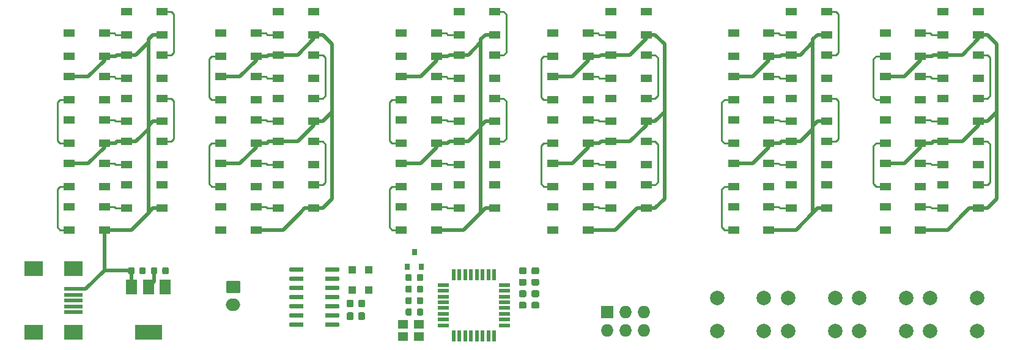
<source format=gbr>
G04 #@! TF.GenerationSoftware,KiCad,Pcbnew,(5.1.5)-3*
G04 #@! TF.CreationDate,2020-09-12T22:58:36+09:00*
G04 #@! TF.ProjectId,acrylic_nixie_clock,61637279-6c69-4635-9f6e-697869655f63,rev?*
G04 #@! TF.SameCoordinates,Original*
G04 #@! TF.FileFunction,Copper,L1,Top*
G04 #@! TF.FilePolarity,Positive*
%FSLAX46Y46*%
G04 Gerber Fmt 4.6, Leading zero omitted, Abs format (unit mm)*
G04 Created by KiCad (PCBNEW (5.1.5)-3) date 2020-09-12 22:58:36*
%MOMM*%
%LPD*%
G04 APERTURE LIST*
%ADD10C,0.100000*%
%ADD11R,1.500000X1.000000*%
%ADD12R,2.500000X2.000000*%
%ADD13R,2.500000X0.500000*%
%ADD14O,2.000000X1.700000*%
%ADD15R,0.800000X0.900000*%
%ADD16R,3.800000X2.000000*%
%ADD17R,1.500000X2.000000*%
%ADD18R,1.727200X1.727200*%
%ADD19O,1.727200X1.727200*%
%ADD20C,2.000000*%
%ADD21R,1.600000X0.550000*%
%ADD22R,0.550000X1.600000*%
%ADD23R,1.100000X1.100000*%
%ADD24R,1.400000X1.200000*%
%ADD25C,0.508000*%
%ADD26C,0.250000*%
G04 APERTURE END LIST*
G04 #@! TA.AperFunction,SMDPad,CuDef*
D10*
G36*
X68972691Y-87791053D02*
G01*
X68993926Y-87794203D01*
X69014750Y-87799419D01*
X69034962Y-87806651D01*
X69054368Y-87815830D01*
X69072781Y-87826866D01*
X69090024Y-87839654D01*
X69105930Y-87854070D01*
X69120346Y-87869976D01*
X69133134Y-87887219D01*
X69144170Y-87905632D01*
X69153349Y-87925038D01*
X69160581Y-87945250D01*
X69165797Y-87966074D01*
X69168947Y-87987309D01*
X69170000Y-88008750D01*
X69170000Y-88521250D01*
X69168947Y-88542691D01*
X69165797Y-88563926D01*
X69160581Y-88584750D01*
X69153349Y-88604962D01*
X69144170Y-88624368D01*
X69133134Y-88642781D01*
X69120346Y-88660024D01*
X69105930Y-88675930D01*
X69090024Y-88690346D01*
X69072781Y-88703134D01*
X69054368Y-88714170D01*
X69034962Y-88723349D01*
X69014750Y-88730581D01*
X68993926Y-88735797D01*
X68972691Y-88738947D01*
X68951250Y-88740000D01*
X68513750Y-88740000D01*
X68492309Y-88738947D01*
X68471074Y-88735797D01*
X68450250Y-88730581D01*
X68430038Y-88723349D01*
X68410632Y-88714170D01*
X68392219Y-88703134D01*
X68374976Y-88690346D01*
X68359070Y-88675930D01*
X68344654Y-88660024D01*
X68331866Y-88642781D01*
X68320830Y-88624368D01*
X68311651Y-88604962D01*
X68304419Y-88584750D01*
X68299203Y-88563926D01*
X68296053Y-88542691D01*
X68295000Y-88521250D01*
X68295000Y-88008750D01*
X68296053Y-87987309D01*
X68299203Y-87966074D01*
X68304419Y-87945250D01*
X68311651Y-87925038D01*
X68320830Y-87905632D01*
X68331866Y-87887219D01*
X68344654Y-87869976D01*
X68359070Y-87854070D01*
X68374976Y-87839654D01*
X68392219Y-87826866D01*
X68410632Y-87815830D01*
X68430038Y-87806651D01*
X68450250Y-87799419D01*
X68471074Y-87794203D01*
X68492309Y-87791053D01*
X68513750Y-87790000D01*
X68951250Y-87790000D01*
X68972691Y-87791053D01*
G37*
G04 #@! TD.AperFunction*
G04 #@! TA.AperFunction,SMDPad,CuDef*
G36*
X67397691Y-87791053D02*
G01*
X67418926Y-87794203D01*
X67439750Y-87799419D01*
X67459962Y-87806651D01*
X67479368Y-87815830D01*
X67497781Y-87826866D01*
X67515024Y-87839654D01*
X67530930Y-87854070D01*
X67545346Y-87869976D01*
X67558134Y-87887219D01*
X67569170Y-87905632D01*
X67578349Y-87925038D01*
X67585581Y-87945250D01*
X67590797Y-87966074D01*
X67593947Y-87987309D01*
X67595000Y-88008750D01*
X67595000Y-88521250D01*
X67593947Y-88542691D01*
X67590797Y-88563926D01*
X67585581Y-88584750D01*
X67578349Y-88604962D01*
X67569170Y-88624368D01*
X67558134Y-88642781D01*
X67545346Y-88660024D01*
X67530930Y-88675930D01*
X67515024Y-88690346D01*
X67497781Y-88703134D01*
X67479368Y-88714170D01*
X67459962Y-88723349D01*
X67439750Y-88730581D01*
X67418926Y-88735797D01*
X67397691Y-88738947D01*
X67376250Y-88740000D01*
X66938750Y-88740000D01*
X66917309Y-88738947D01*
X66896074Y-88735797D01*
X66875250Y-88730581D01*
X66855038Y-88723349D01*
X66835632Y-88714170D01*
X66817219Y-88703134D01*
X66799976Y-88690346D01*
X66784070Y-88675930D01*
X66769654Y-88660024D01*
X66756866Y-88642781D01*
X66745830Y-88624368D01*
X66736651Y-88604962D01*
X66729419Y-88584750D01*
X66724203Y-88563926D01*
X66721053Y-88542691D01*
X66720000Y-88521250D01*
X66720000Y-88008750D01*
X66721053Y-87987309D01*
X66724203Y-87966074D01*
X66729419Y-87945250D01*
X66736651Y-87925038D01*
X66745830Y-87905632D01*
X66756866Y-87887219D01*
X66769654Y-87869976D01*
X66784070Y-87854070D01*
X66799976Y-87839654D01*
X66817219Y-87826866D01*
X66835632Y-87815830D01*
X66855038Y-87806651D01*
X66875250Y-87799419D01*
X66896074Y-87794203D01*
X66917309Y-87791053D01*
X66938750Y-87790000D01*
X67376250Y-87790000D01*
X67397691Y-87791053D01*
G37*
G04 #@! TD.AperFunction*
G04 #@! TA.AperFunction,SMDPad,CuDef*
G36*
X70572691Y-87791053D02*
G01*
X70593926Y-87794203D01*
X70614750Y-87799419D01*
X70634962Y-87806651D01*
X70654368Y-87815830D01*
X70672781Y-87826866D01*
X70690024Y-87839654D01*
X70705930Y-87854070D01*
X70720346Y-87869976D01*
X70733134Y-87887219D01*
X70744170Y-87905632D01*
X70753349Y-87925038D01*
X70760581Y-87945250D01*
X70765797Y-87966074D01*
X70768947Y-87987309D01*
X70770000Y-88008750D01*
X70770000Y-88521250D01*
X70768947Y-88542691D01*
X70765797Y-88563926D01*
X70760581Y-88584750D01*
X70753349Y-88604962D01*
X70744170Y-88624368D01*
X70733134Y-88642781D01*
X70720346Y-88660024D01*
X70705930Y-88675930D01*
X70690024Y-88690346D01*
X70672781Y-88703134D01*
X70654368Y-88714170D01*
X70634962Y-88723349D01*
X70614750Y-88730581D01*
X70593926Y-88735797D01*
X70572691Y-88738947D01*
X70551250Y-88740000D01*
X70113750Y-88740000D01*
X70092309Y-88738947D01*
X70071074Y-88735797D01*
X70050250Y-88730581D01*
X70030038Y-88723349D01*
X70010632Y-88714170D01*
X69992219Y-88703134D01*
X69974976Y-88690346D01*
X69959070Y-88675930D01*
X69944654Y-88660024D01*
X69931866Y-88642781D01*
X69920830Y-88624368D01*
X69911651Y-88604962D01*
X69904419Y-88584750D01*
X69899203Y-88563926D01*
X69896053Y-88542691D01*
X69895000Y-88521250D01*
X69895000Y-88008750D01*
X69896053Y-87987309D01*
X69899203Y-87966074D01*
X69904419Y-87945250D01*
X69911651Y-87925038D01*
X69920830Y-87905632D01*
X69931866Y-87887219D01*
X69944654Y-87869976D01*
X69959070Y-87854070D01*
X69974976Y-87839654D01*
X69992219Y-87826866D01*
X70010632Y-87815830D01*
X70030038Y-87806651D01*
X70050250Y-87799419D01*
X70071074Y-87794203D01*
X70092309Y-87791053D01*
X70113750Y-87790000D01*
X70551250Y-87790000D01*
X70572691Y-87791053D01*
G37*
G04 #@! TD.AperFunction*
G04 #@! TA.AperFunction,SMDPad,CuDef*
G36*
X72147691Y-87791053D02*
G01*
X72168926Y-87794203D01*
X72189750Y-87799419D01*
X72209962Y-87806651D01*
X72229368Y-87815830D01*
X72247781Y-87826866D01*
X72265024Y-87839654D01*
X72280930Y-87854070D01*
X72295346Y-87869976D01*
X72308134Y-87887219D01*
X72319170Y-87905632D01*
X72328349Y-87925038D01*
X72335581Y-87945250D01*
X72340797Y-87966074D01*
X72343947Y-87987309D01*
X72345000Y-88008750D01*
X72345000Y-88521250D01*
X72343947Y-88542691D01*
X72340797Y-88563926D01*
X72335581Y-88584750D01*
X72328349Y-88604962D01*
X72319170Y-88624368D01*
X72308134Y-88642781D01*
X72295346Y-88660024D01*
X72280930Y-88675930D01*
X72265024Y-88690346D01*
X72247781Y-88703134D01*
X72229368Y-88714170D01*
X72209962Y-88723349D01*
X72189750Y-88730581D01*
X72168926Y-88735797D01*
X72147691Y-88738947D01*
X72126250Y-88740000D01*
X71688750Y-88740000D01*
X71667309Y-88738947D01*
X71646074Y-88735797D01*
X71625250Y-88730581D01*
X71605038Y-88723349D01*
X71585632Y-88714170D01*
X71567219Y-88703134D01*
X71549976Y-88690346D01*
X71534070Y-88675930D01*
X71519654Y-88660024D01*
X71506866Y-88642781D01*
X71495830Y-88624368D01*
X71486651Y-88604962D01*
X71479419Y-88584750D01*
X71474203Y-88563926D01*
X71471053Y-88542691D01*
X71470000Y-88521250D01*
X71470000Y-88008750D01*
X71471053Y-87987309D01*
X71474203Y-87966074D01*
X71479419Y-87945250D01*
X71486651Y-87925038D01*
X71495830Y-87905632D01*
X71506866Y-87887219D01*
X71519654Y-87869976D01*
X71534070Y-87854070D01*
X71549976Y-87839654D01*
X71567219Y-87826866D01*
X71585632Y-87815830D01*
X71605038Y-87806651D01*
X71625250Y-87799419D01*
X71646074Y-87794203D01*
X71667309Y-87791053D01*
X71688750Y-87790000D01*
X72126250Y-87790000D01*
X72147691Y-87791053D01*
G37*
G04 #@! TD.AperFunction*
D11*
X58550000Y-55400000D03*
X58550000Y-58600000D03*
X63450000Y-55400000D03*
X63450000Y-58600000D03*
X66550000Y-52400000D03*
X66550000Y-55600000D03*
X71450000Y-52400000D03*
X71450000Y-55600000D03*
X66550000Y-58400000D03*
X66550000Y-61600000D03*
X71450000Y-58400000D03*
X71450000Y-61600000D03*
X63450000Y-64600000D03*
X63450000Y-61400000D03*
X58550000Y-64600000D03*
X58550000Y-61400000D03*
X63450000Y-70600000D03*
X63450000Y-67400000D03*
X58550000Y-70600000D03*
X58550000Y-67400000D03*
X66550000Y-64400000D03*
X66550000Y-67600000D03*
X71450000Y-64400000D03*
X71450000Y-67600000D03*
X66550000Y-70400000D03*
X66550000Y-73600000D03*
X71450000Y-70400000D03*
X71450000Y-73600000D03*
X63450000Y-76600000D03*
X63450000Y-73400000D03*
X58550000Y-76600000D03*
X58550000Y-73400000D03*
X63450000Y-82600000D03*
X63450000Y-79400000D03*
X58550000Y-82600000D03*
X58550000Y-79400000D03*
X66550000Y-76400000D03*
X66550000Y-79600000D03*
X71450000Y-76400000D03*
X71450000Y-79600000D03*
X79550000Y-79400000D03*
X79550000Y-82600000D03*
X84450000Y-79400000D03*
X84450000Y-82600000D03*
X87550000Y-76400000D03*
X87550000Y-79600000D03*
X92450000Y-76400000D03*
X92450000Y-79600000D03*
X87550000Y-70400000D03*
X87550000Y-73600000D03*
X92450000Y-70400000D03*
X92450000Y-73600000D03*
X79550000Y-73400000D03*
X79550000Y-76600000D03*
X84450000Y-73400000D03*
X84450000Y-76600000D03*
X79550000Y-67400000D03*
X79550000Y-70600000D03*
X84450000Y-67400000D03*
X84450000Y-70600000D03*
X87550000Y-64400000D03*
X87550000Y-67600000D03*
X92450000Y-64400000D03*
X92450000Y-67600000D03*
X92450000Y-61600000D03*
X92450000Y-58400000D03*
X87550000Y-61600000D03*
X87550000Y-58400000D03*
X79550000Y-61400000D03*
X79550000Y-64600000D03*
X84450000Y-61400000D03*
X84450000Y-64600000D03*
X84450000Y-58600000D03*
X84450000Y-55400000D03*
X79550000Y-58600000D03*
X79550000Y-55400000D03*
X87550000Y-52400000D03*
X87550000Y-55600000D03*
X92450000Y-52400000D03*
X92450000Y-55600000D03*
X109450000Y-58600000D03*
X109450000Y-55400000D03*
X104550000Y-58600000D03*
X104550000Y-55400000D03*
X112550000Y-52400000D03*
X112550000Y-55600000D03*
X117450000Y-52400000D03*
X117450000Y-55600000D03*
X117450000Y-61600000D03*
X117450000Y-58400000D03*
X112550000Y-61600000D03*
X112550000Y-58400000D03*
X109450000Y-64600000D03*
X109450000Y-61400000D03*
X104550000Y-64600000D03*
X104550000Y-61400000D03*
X104550000Y-67400000D03*
X104550000Y-70600000D03*
X109450000Y-67400000D03*
X109450000Y-70600000D03*
X112550000Y-64400000D03*
X112550000Y-67600000D03*
X117450000Y-64400000D03*
X117450000Y-67600000D03*
X117450000Y-73600000D03*
X117450000Y-70400000D03*
X112550000Y-73600000D03*
X112550000Y-70400000D03*
X104550000Y-73400000D03*
X104550000Y-76600000D03*
X109450000Y-73400000D03*
X109450000Y-76600000D03*
X104550000Y-79400000D03*
X104550000Y-82600000D03*
X109450000Y-79400000D03*
X109450000Y-82600000D03*
X112550000Y-76400000D03*
X112550000Y-79600000D03*
X117450000Y-76400000D03*
X117450000Y-79600000D03*
X125550000Y-79400000D03*
X125550000Y-82600000D03*
X130450000Y-79400000D03*
X130450000Y-82600000D03*
X138450000Y-79600000D03*
X138450000Y-76400000D03*
X133550000Y-79600000D03*
X133550000Y-76400000D03*
X133550000Y-70400000D03*
X133550000Y-73600000D03*
X138450000Y-70400000D03*
X138450000Y-73600000D03*
X130450000Y-76600000D03*
X130450000Y-73400000D03*
X125550000Y-76600000D03*
X125550000Y-73400000D03*
X130450000Y-70600000D03*
X130450000Y-67400000D03*
X125550000Y-70600000D03*
X125550000Y-67400000D03*
X133550000Y-64400000D03*
X133550000Y-67600000D03*
X138450000Y-64400000D03*
X138450000Y-67600000D03*
X133550000Y-58400000D03*
X133550000Y-61600000D03*
X138450000Y-58400000D03*
X138450000Y-61600000D03*
X125550000Y-61400000D03*
X125550000Y-64600000D03*
X130450000Y-61400000D03*
X130450000Y-64600000D03*
X130450000Y-58600000D03*
X130450000Y-55400000D03*
X125550000Y-58600000D03*
X125550000Y-55400000D03*
X133550000Y-52400000D03*
X133550000Y-55600000D03*
X138450000Y-52400000D03*
X138450000Y-55600000D03*
X150550000Y-55400000D03*
X150550000Y-58600000D03*
X155450000Y-55400000D03*
X155450000Y-58600000D03*
X163450000Y-55600000D03*
X163450000Y-52400000D03*
X158550000Y-55600000D03*
X158550000Y-52400000D03*
X158550000Y-58400000D03*
X158550000Y-61600000D03*
X163450000Y-58400000D03*
X163450000Y-61600000D03*
X155450000Y-64600000D03*
X155450000Y-61400000D03*
X150550000Y-64600000D03*
X150550000Y-61400000D03*
X155450000Y-70600000D03*
X155450000Y-67400000D03*
X150550000Y-70600000D03*
X150550000Y-67400000D03*
X163450000Y-67600000D03*
X163450000Y-64400000D03*
X158550000Y-67600000D03*
X158550000Y-64400000D03*
X158550000Y-70400000D03*
X158550000Y-73600000D03*
X163450000Y-70400000D03*
X163450000Y-73600000D03*
X155450000Y-76600000D03*
X155450000Y-73400000D03*
X150550000Y-76600000D03*
X150550000Y-73400000D03*
X155450000Y-82600000D03*
X155450000Y-79400000D03*
X150550000Y-82600000D03*
X150550000Y-79400000D03*
X163450000Y-79600000D03*
X163450000Y-76400000D03*
X158550000Y-79600000D03*
X158550000Y-76400000D03*
X171550000Y-79400000D03*
X171550000Y-82600000D03*
X176450000Y-79400000D03*
X176450000Y-82600000D03*
X184450000Y-79600000D03*
X184450000Y-76400000D03*
X179550000Y-79600000D03*
X179550000Y-76400000D03*
X179550000Y-70400000D03*
X179550000Y-73600000D03*
X184450000Y-70400000D03*
X184450000Y-73600000D03*
X176450000Y-76600000D03*
X176450000Y-73400000D03*
X171550000Y-76600000D03*
X171550000Y-73400000D03*
X171550000Y-67400000D03*
X171550000Y-70600000D03*
X176450000Y-67400000D03*
X176450000Y-70600000D03*
X184450000Y-67600000D03*
X184450000Y-64400000D03*
X179550000Y-67600000D03*
X179550000Y-64400000D03*
X179550000Y-58400000D03*
X179550000Y-61600000D03*
X184450000Y-58400000D03*
X184450000Y-61600000D03*
X176450000Y-64600000D03*
X176450000Y-61400000D03*
X171550000Y-64600000D03*
X171550000Y-61400000D03*
X171550000Y-55400000D03*
X171550000Y-58600000D03*
X176450000Y-55400000D03*
X176450000Y-58600000D03*
X179550000Y-52400000D03*
X179550000Y-55600000D03*
X184450000Y-52400000D03*
X184450000Y-55600000D03*
D12*
X53615000Y-87992500D03*
X53615000Y-96792500D03*
X59115000Y-87992500D03*
X59115000Y-96792500D03*
D13*
X59115000Y-90792500D03*
X59115000Y-91592500D03*
X59115000Y-92392500D03*
X59115000Y-93192500D03*
X59115000Y-93992500D03*
G04 #@! TA.AperFunction,ComponentPad*
D10*
G36*
X82054504Y-89638704D02*
G01*
X82078773Y-89642304D01*
X82102571Y-89648265D01*
X82125671Y-89656530D01*
X82147849Y-89667020D01*
X82168893Y-89679633D01*
X82188598Y-89694247D01*
X82206777Y-89710723D01*
X82223253Y-89728902D01*
X82237867Y-89748607D01*
X82250480Y-89769651D01*
X82260970Y-89791829D01*
X82269235Y-89814929D01*
X82275196Y-89838727D01*
X82278796Y-89862996D01*
X82280000Y-89887500D01*
X82280000Y-91087500D01*
X82278796Y-91112004D01*
X82275196Y-91136273D01*
X82269235Y-91160071D01*
X82260970Y-91183171D01*
X82250480Y-91205349D01*
X82237867Y-91226393D01*
X82223253Y-91246098D01*
X82206777Y-91264277D01*
X82188598Y-91280753D01*
X82168893Y-91295367D01*
X82147849Y-91307980D01*
X82125671Y-91318470D01*
X82102571Y-91326735D01*
X82078773Y-91332696D01*
X82054504Y-91336296D01*
X82030000Y-91337500D01*
X80530000Y-91337500D01*
X80505496Y-91336296D01*
X80481227Y-91332696D01*
X80457429Y-91326735D01*
X80434329Y-91318470D01*
X80412151Y-91307980D01*
X80391107Y-91295367D01*
X80371402Y-91280753D01*
X80353223Y-91264277D01*
X80336747Y-91246098D01*
X80322133Y-91226393D01*
X80309520Y-91205349D01*
X80299030Y-91183171D01*
X80290765Y-91160071D01*
X80284804Y-91136273D01*
X80281204Y-91112004D01*
X80280000Y-91087500D01*
X80280000Y-89887500D01*
X80281204Y-89862996D01*
X80284804Y-89838727D01*
X80290765Y-89814929D01*
X80299030Y-89791829D01*
X80309520Y-89769651D01*
X80322133Y-89748607D01*
X80336747Y-89728902D01*
X80353223Y-89710723D01*
X80371402Y-89694247D01*
X80391107Y-89679633D01*
X80412151Y-89667020D01*
X80434329Y-89656530D01*
X80457429Y-89648265D01*
X80481227Y-89642304D01*
X80505496Y-89638704D01*
X80530000Y-89637500D01*
X82030000Y-89637500D01*
X82054504Y-89638704D01*
G37*
G04 #@! TD.AperFunction*
D14*
X81280000Y-92987500D03*
D15*
X105412500Y-87677500D03*
X107312500Y-87677500D03*
X106362500Y-85677500D03*
G04 #@! TA.AperFunction,SMDPad,CuDef*
D10*
G36*
X107390191Y-88743553D02*
G01*
X107411426Y-88746703D01*
X107432250Y-88751919D01*
X107452462Y-88759151D01*
X107471868Y-88768330D01*
X107490281Y-88779366D01*
X107507524Y-88792154D01*
X107523430Y-88806570D01*
X107537846Y-88822476D01*
X107550634Y-88839719D01*
X107561670Y-88858132D01*
X107570849Y-88877538D01*
X107578081Y-88897750D01*
X107583297Y-88918574D01*
X107586447Y-88939809D01*
X107587500Y-88961250D01*
X107587500Y-89473750D01*
X107586447Y-89495191D01*
X107583297Y-89516426D01*
X107578081Y-89537250D01*
X107570849Y-89557462D01*
X107561670Y-89576868D01*
X107550634Y-89595281D01*
X107537846Y-89612524D01*
X107523430Y-89628430D01*
X107507524Y-89642846D01*
X107490281Y-89655634D01*
X107471868Y-89666670D01*
X107452462Y-89675849D01*
X107432250Y-89683081D01*
X107411426Y-89688297D01*
X107390191Y-89691447D01*
X107368750Y-89692500D01*
X106931250Y-89692500D01*
X106909809Y-89691447D01*
X106888574Y-89688297D01*
X106867750Y-89683081D01*
X106847538Y-89675849D01*
X106828132Y-89666670D01*
X106809719Y-89655634D01*
X106792476Y-89642846D01*
X106776570Y-89628430D01*
X106762154Y-89612524D01*
X106749366Y-89595281D01*
X106738330Y-89576868D01*
X106729151Y-89557462D01*
X106721919Y-89537250D01*
X106716703Y-89516426D01*
X106713553Y-89495191D01*
X106712500Y-89473750D01*
X106712500Y-88961250D01*
X106713553Y-88939809D01*
X106716703Y-88918574D01*
X106721919Y-88897750D01*
X106729151Y-88877538D01*
X106738330Y-88858132D01*
X106749366Y-88839719D01*
X106762154Y-88822476D01*
X106776570Y-88806570D01*
X106792476Y-88792154D01*
X106809719Y-88779366D01*
X106828132Y-88768330D01*
X106847538Y-88759151D01*
X106867750Y-88751919D01*
X106888574Y-88746703D01*
X106909809Y-88743553D01*
X106931250Y-88742500D01*
X107368750Y-88742500D01*
X107390191Y-88743553D01*
G37*
G04 #@! TD.AperFunction*
G04 #@! TA.AperFunction,SMDPad,CuDef*
G36*
X105815191Y-88743553D02*
G01*
X105836426Y-88746703D01*
X105857250Y-88751919D01*
X105877462Y-88759151D01*
X105896868Y-88768330D01*
X105915281Y-88779366D01*
X105932524Y-88792154D01*
X105948430Y-88806570D01*
X105962846Y-88822476D01*
X105975634Y-88839719D01*
X105986670Y-88858132D01*
X105995849Y-88877538D01*
X106003081Y-88897750D01*
X106008297Y-88918574D01*
X106011447Y-88939809D01*
X106012500Y-88961250D01*
X106012500Y-89473750D01*
X106011447Y-89495191D01*
X106008297Y-89516426D01*
X106003081Y-89537250D01*
X105995849Y-89557462D01*
X105986670Y-89576868D01*
X105975634Y-89595281D01*
X105962846Y-89612524D01*
X105948430Y-89628430D01*
X105932524Y-89642846D01*
X105915281Y-89655634D01*
X105896868Y-89666670D01*
X105877462Y-89675849D01*
X105857250Y-89683081D01*
X105836426Y-89688297D01*
X105815191Y-89691447D01*
X105793750Y-89692500D01*
X105356250Y-89692500D01*
X105334809Y-89691447D01*
X105313574Y-89688297D01*
X105292750Y-89683081D01*
X105272538Y-89675849D01*
X105253132Y-89666670D01*
X105234719Y-89655634D01*
X105217476Y-89642846D01*
X105201570Y-89628430D01*
X105187154Y-89612524D01*
X105174366Y-89595281D01*
X105163330Y-89576868D01*
X105154151Y-89557462D01*
X105146919Y-89537250D01*
X105141703Y-89516426D01*
X105138553Y-89495191D01*
X105137500Y-89473750D01*
X105137500Y-88961250D01*
X105138553Y-88939809D01*
X105141703Y-88918574D01*
X105146919Y-88897750D01*
X105154151Y-88877538D01*
X105163330Y-88858132D01*
X105174366Y-88839719D01*
X105187154Y-88822476D01*
X105201570Y-88806570D01*
X105217476Y-88792154D01*
X105234719Y-88779366D01*
X105253132Y-88768330D01*
X105272538Y-88759151D01*
X105292750Y-88751919D01*
X105313574Y-88746703D01*
X105334809Y-88743553D01*
X105356250Y-88742500D01*
X105793750Y-88742500D01*
X105815191Y-88743553D01*
G37*
G04 #@! TD.AperFunction*
D16*
X69532500Y-96812500D03*
D17*
X69532500Y-90512500D03*
X67232500Y-90512500D03*
X71832500Y-90512500D03*
D18*
X133032500Y-93980000D03*
D19*
X133032500Y-96520000D03*
X135572500Y-93980000D03*
X135572500Y-96520000D03*
X138112500Y-93980000D03*
X138112500Y-96520000D03*
G04 #@! TA.AperFunction,SMDPad,CuDef*
D10*
G36*
X121673279Y-92553644D02*
G01*
X121696334Y-92557063D01*
X121718943Y-92562727D01*
X121740887Y-92570579D01*
X121761957Y-92580544D01*
X121781948Y-92592526D01*
X121800668Y-92606410D01*
X121817938Y-92622062D01*
X121833590Y-92639332D01*
X121847474Y-92658052D01*
X121859456Y-92678043D01*
X121869421Y-92699113D01*
X121877273Y-92721057D01*
X121882937Y-92743666D01*
X121886356Y-92766721D01*
X121887500Y-92790000D01*
X121887500Y-93265000D01*
X121886356Y-93288279D01*
X121882937Y-93311334D01*
X121877273Y-93333943D01*
X121869421Y-93355887D01*
X121859456Y-93376957D01*
X121847474Y-93396948D01*
X121833590Y-93415668D01*
X121817938Y-93432938D01*
X121800668Y-93448590D01*
X121781948Y-93462474D01*
X121761957Y-93474456D01*
X121740887Y-93484421D01*
X121718943Y-93492273D01*
X121696334Y-93497937D01*
X121673279Y-93501356D01*
X121650000Y-93502500D01*
X121075000Y-93502500D01*
X121051721Y-93501356D01*
X121028666Y-93497937D01*
X121006057Y-93492273D01*
X120984113Y-93484421D01*
X120963043Y-93474456D01*
X120943052Y-93462474D01*
X120924332Y-93448590D01*
X120907062Y-93432938D01*
X120891410Y-93415668D01*
X120877526Y-93396948D01*
X120865544Y-93376957D01*
X120855579Y-93355887D01*
X120847727Y-93333943D01*
X120842063Y-93311334D01*
X120838644Y-93288279D01*
X120837500Y-93265000D01*
X120837500Y-92790000D01*
X120838644Y-92766721D01*
X120842063Y-92743666D01*
X120847727Y-92721057D01*
X120855579Y-92699113D01*
X120865544Y-92678043D01*
X120877526Y-92658052D01*
X120891410Y-92639332D01*
X120907062Y-92622062D01*
X120924332Y-92606410D01*
X120943052Y-92592526D01*
X120963043Y-92580544D01*
X120984113Y-92570579D01*
X121006057Y-92562727D01*
X121028666Y-92557063D01*
X121051721Y-92553644D01*
X121075000Y-92552500D01*
X121650000Y-92552500D01*
X121673279Y-92553644D01*
G37*
G04 #@! TD.AperFunction*
G04 #@! TA.AperFunction,SMDPad,CuDef*
G36*
X123423279Y-92553644D02*
G01*
X123446334Y-92557063D01*
X123468943Y-92562727D01*
X123490887Y-92570579D01*
X123511957Y-92580544D01*
X123531948Y-92592526D01*
X123550668Y-92606410D01*
X123567938Y-92622062D01*
X123583590Y-92639332D01*
X123597474Y-92658052D01*
X123609456Y-92678043D01*
X123619421Y-92699113D01*
X123627273Y-92721057D01*
X123632937Y-92743666D01*
X123636356Y-92766721D01*
X123637500Y-92790000D01*
X123637500Y-93265000D01*
X123636356Y-93288279D01*
X123632937Y-93311334D01*
X123627273Y-93333943D01*
X123619421Y-93355887D01*
X123609456Y-93376957D01*
X123597474Y-93396948D01*
X123583590Y-93415668D01*
X123567938Y-93432938D01*
X123550668Y-93448590D01*
X123531948Y-93462474D01*
X123511957Y-93474456D01*
X123490887Y-93484421D01*
X123468943Y-93492273D01*
X123446334Y-93497937D01*
X123423279Y-93501356D01*
X123400000Y-93502500D01*
X122825000Y-93502500D01*
X122801721Y-93501356D01*
X122778666Y-93497937D01*
X122756057Y-93492273D01*
X122734113Y-93484421D01*
X122713043Y-93474456D01*
X122693052Y-93462474D01*
X122674332Y-93448590D01*
X122657062Y-93432938D01*
X122641410Y-93415668D01*
X122627526Y-93396948D01*
X122615544Y-93376957D01*
X122605579Y-93355887D01*
X122597727Y-93333943D01*
X122592063Y-93311334D01*
X122588644Y-93288279D01*
X122587500Y-93265000D01*
X122587500Y-92790000D01*
X122588644Y-92766721D01*
X122592063Y-92743666D01*
X122597727Y-92721057D01*
X122605579Y-92699113D01*
X122615544Y-92678043D01*
X122627526Y-92658052D01*
X122641410Y-92639332D01*
X122657062Y-92622062D01*
X122674332Y-92606410D01*
X122693052Y-92592526D01*
X122713043Y-92580544D01*
X122734113Y-92570579D01*
X122756057Y-92562727D01*
X122778666Y-92557063D01*
X122801721Y-92553644D01*
X122825000Y-92552500D01*
X123400000Y-92552500D01*
X123423279Y-92553644D01*
G37*
G04 #@! TD.AperFunction*
G04 #@! TA.AperFunction,SMDPad,CuDef*
G36*
X123423279Y-90966144D02*
G01*
X123446334Y-90969563D01*
X123468943Y-90975227D01*
X123490887Y-90983079D01*
X123511957Y-90993044D01*
X123531948Y-91005026D01*
X123550668Y-91018910D01*
X123567938Y-91034562D01*
X123583590Y-91051832D01*
X123597474Y-91070552D01*
X123609456Y-91090543D01*
X123619421Y-91111613D01*
X123627273Y-91133557D01*
X123632937Y-91156166D01*
X123636356Y-91179221D01*
X123637500Y-91202500D01*
X123637500Y-91677500D01*
X123636356Y-91700779D01*
X123632937Y-91723834D01*
X123627273Y-91746443D01*
X123619421Y-91768387D01*
X123609456Y-91789457D01*
X123597474Y-91809448D01*
X123583590Y-91828168D01*
X123567938Y-91845438D01*
X123550668Y-91861090D01*
X123531948Y-91874974D01*
X123511957Y-91886956D01*
X123490887Y-91896921D01*
X123468943Y-91904773D01*
X123446334Y-91910437D01*
X123423279Y-91913856D01*
X123400000Y-91915000D01*
X122825000Y-91915000D01*
X122801721Y-91913856D01*
X122778666Y-91910437D01*
X122756057Y-91904773D01*
X122734113Y-91896921D01*
X122713043Y-91886956D01*
X122693052Y-91874974D01*
X122674332Y-91861090D01*
X122657062Y-91845438D01*
X122641410Y-91828168D01*
X122627526Y-91809448D01*
X122615544Y-91789457D01*
X122605579Y-91768387D01*
X122597727Y-91746443D01*
X122592063Y-91723834D01*
X122588644Y-91700779D01*
X122587500Y-91677500D01*
X122587500Y-91202500D01*
X122588644Y-91179221D01*
X122592063Y-91156166D01*
X122597727Y-91133557D01*
X122605579Y-91111613D01*
X122615544Y-91090543D01*
X122627526Y-91070552D01*
X122641410Y-91051832D01*
X122657062Y-91034562D01*
X122674332Y-91018910D01*
X122693052Y-91005026D01*
X122713043Y-90993044D01*
X122734113Y-90983079D01*
X122756057Y-90975227D01*
X122778666Y-90969563D01*
X122801721Y-90966144D01*
X122825000Y-90965000D01*
X123400000Y-90965000D01*
X123423279Y-90966144D01*
G37*
G04 #@! TD.AperFunction*
G04 #@! TA.AperFunction,SMDPad,CuDef*
G36*
X121673279Y-90966144D02*
G01*
X121696334Y-90969563D01*
X121718943Y-90975227D01*
X121740887Y-90983079D01*
X121761957Y-90993044D01*
X121781948Y-91005026D01*
X121800668Y-91018910D01*
X121817938Y-91034562D01*
X121833590Y-91051832D01*
X121847474Y-91070552D01*
X121859456Y-91090543D01*
X121869421Y-91111613D01*
X121877273Y-91133557D01*
X121882937Y-91156166D01*
X121886356Y-91179221D01*
X121887500Y-91202500D01*
X121887500Y-91677500D01*
X121886356Y-91700779D01*
X121882937Y-91723834D01*
X121877273Y-91746443D01*
X121869421Y-91768387D01*
X121859456Y-91789457D01*
X121847474Y-91809448D01*
X121833590Y-91828168D01*
X121817938Y-91845438D01*
X121800668Y-91861090D01*
X121781948Y-91874974D01*
X121761957Y-91886956D01*
X121740887Y-91896921D01*
X121718943Y-91904773D01*
X121696334Y-91910437D01*
X121673279Y-91913856D01*
X121650000Y-91915000D01*
X121075000Y-91915000D01*
X121051721Y-91913856D01*
X121028666Y-91910437D01*
X121006057Y-91904773D01*
X120984113Y-91896921D01*
X120963043Y-91886956D01*
X120943052Y-91874974D01*
X120924332Y-91861090D01*
X120907062Y-91845438D01*
X120891410Y-91828168D01*
X120877526Y-91809448D01*
X120865544Y-91789457D01*
X120855579Y-91768387D01*
X120847727Y-91746443D01*
X120842063Y-91723834D01*
X120838644Y-91700779D01*
X120837500Y-91677500D01*
X120837500Y-91202500D01*
X120838644Y-91179221D01*
X120842063Y-91156166D01*
X120847727Y-91133557D01*
X120855579Y-91111613D01*
X120865544Y-91090543D01*
X120877526Y-91070552D01*
X120891410Y-91051832D01*
X120907062Y-91034562D01*
X120924332Y-91018910D01*
X120943052Y-91005026D01*
X120963043Y-90993044D01*
X120984113Y-90983079D01*
X121006057Y-90975227D01*
X121028666Y-90969563D01*
X121051721Y-90966144D01*
X121075000Y-90965000D01*
X121650000Y-90965000D01*
X121673279Y-90966144D01*
G37*
G04 #@! TD.AperFunction*
G04 #@! TA.AperFunction,SMDPad,CuDef*
G36*
X121673279Y-89378644D02*
G01*
X121696334Y-89382063D01*
X121718943Y-89387727D01*
X121740887Y-89395579D01*
X121761957Y-89405544D01*
X121781948Y-89417526D01*
X121800668Y-89431410D01*
X121817938Y-89447062D01*
X121833590Y-89464332D01*
X121847474Y-89483052D01*
X121859456Y-89503043D01*
X121869421Y-89524113D01*
X121877273Y-89546057D01*
X121882937Y-89568666D01*
X121886356Y-89591721D01*
X121887500Y-89615000D01*
X121887500Y-90090000D01*
X121886356Y-90113279D01*
X121882937Y-90136334D01*
X121877273Y-90158943D01*
X121869421Y-90180887D01*
X121859456Y-90201957D01*
X121847474Y-90221948D01*
X121833590Y-90240668D01*
X121817938Y-90257938D01*
X121800668Y-90273590D01*
X121781948Y-90287474D01*
X121761957Y-90299456D01*
X121740887Y-90309421D01*
X121718943Y-90317273D01*
X121696334Y-90322937D01*
X121673279Y-90326356D01*
X121650000Y-90327500D01*
X121075000Y-90327500D01*
X121051721Y-90326356D01*
X121028666Y-90322937D01*
X121006057Y-90317273D01*
X120984113Y-90309421D01*
X120963043Y-90299456D01*
X120943052Y-90287474D01*
X120924332Y-90273590D01*
X120907062Y-90257938D01*
X120891410Y-90240668D01*
X120877526Y-90221948D01*
X120865544Y-90201957D01*
X120855579Y-90180887D01*
X120847727Y-90158943D01*
X120842063Y-90136334D01*
X120838644Y-90113279D01*
X120837500Y-90090000D01*
X120837500Y-89615000D01*
X120838644Y-89591721D01*
X120842063Y-89568666D01*
X120847727Y-89546057D01*
X120855579Y-89524113D01*
X120865544Y-89503043D01*
X120877526Y-89483052D01*
X120891410Y-89464332D01*
X120907062Y-89447062D01*
X120924332Y-89431410D01*
X120943052Y-89417526D01*
X120963043Y-89405544D01*
X120984113Y-89395579D01*
X121006057Y-89387727D01*
X121028666Y-89382063D01*
X121051721Y-89378644D01*
X121075000Y-89377500D01*
X121650000Y-89377500D01*
X121673279Y-89378644D01*
G37*
G04 #@! TD.AperFunction*
G04 #@! TA.AperFunction,SMDPad,CuDef*
G36*
X123423279Y-89378644D02*
G01*
X123446334Y-89382063D01*
X123468943Y-89387727D01*
X123490887Y-89395579D01*
X123511957Y-89405544D01*
X123531948Y-89417526D01*
X123550668Y-89431410D01*
X123567938Y-89447062D01*
X123583590Y-89464332D01*
X123597474Y-89483052D01*
X123609456Y-89503043D01*
X123619421Y-89524113D01*
X123627273Y-89546057D01*
X123632937Y-89568666D01*
X123636356Y-89591721D01*
X123637500Y-89615000D01*
X123637500Y-90090000D01*
X123636356Y-90113279D01*
X123632937Y-90136334D01*
X123627273Y-90158943D01*
X123619421Y-90180887D01*
X123609456Y-90201957D01*
X123597474Y-90221948D01*
X123583590Y-90240668D01*
X123567938Y-90257938D01*
X123550668Y-90273590D01*
X123531948Y-90287474D01*
X123511957Y-90299456D01*
X123490887Y-90309421D01*
X123468943Y-90317273D01*
X123446334Y-90322937D01*
X123423279Y-90326356D01*
X123400000Y-90327500D01*
X122825000Y-90327500D01*
X122801721Y-90326356D01*
X122778666Y-90322937D01*
X122756057Y-90317273D01*
X122734113Y-90309421D01*
X122713043Y-90299456D01*
X122693052Y-90287474D01*
X122674332Y-90273590D01*
X122657062Y-90257938D01*
X122641410Y-90240668D01*
X122627526Y-90221948D01*
X122615544Y-90201957D01*
X122605579Y-90180887D01*
X122597727Y-90158943D01*
X122592063Y-90136334D01*
X122588644Y-90113279D01*
X122587500Y-90090000D01*
X122587500Y-89615000D01*
X122588644Y-89591721D01*
X122592063Y-89568666D01*
X122597727Y-89546057D01*
X122605579Y-89524113D01*
X122615544Y-89503043D01*
X122627526Y-89483052D01*
X122641410Y-89464332D01*
X122657062Y-89447062D01*
X122674332Y-89431410D01*
X122693052Y-89417526D01*
X122713043Y-89405544D01*
X122734113Y-89395579D01*
X122756057Y-89387727D01*
X122778666Y-89382063D01*
X122801721Y-89378644D01*
X122825000Y-89377500D01*
X123400000Y-89377500D01*
X123423279Y-89378644D01*
G37*
G04 #@! TD.AperFunction*
G04 #@! TA.AperFunction,SMDPad,CuDef*
G36*
X123423279Y-87791144D02*
G01*
X123446334Y-87794563D01*
X123468943Y-87800227D01*
X123490887Y-87808079D01*
X123511957Y-87818044D01*
X123531948Y-87830026D01*
X123550668Y-87843910D01*
X123567938Y-87859562D01*
X123583590Y-87876832D01*
X123597474Y-87895552D01*
X123609456Y-87915543D01*
X123619421Y-87936613D01*
X123627273Y-87958557D01*
X123632937Y-87981166D01*
X123636356Y-88004221D01*
X123637500Y-88027500D01*
X123637500Y-88502500D01*
X123636356Y-88525779D01*
X123632937Y-88548834D01*
X123627273Y-88571443D01*
X123619421Y-88593387D01*
X123609456Y-88614457D01*
X123597474Y-88634448D01*
X123583590Y-88653168D01*
X123567938Y-88670438D01*
X123550668Y-88686090D01*
X123531948Y-88699974D01*
X123511957Y-88711956D01*
X123490887Y-88721921D01*
X123468943Y-88729773D01*
X123446334Y-88735437D01*
X123423279Y-88738856D01*
X123400000Y-88740000D01*
X122825000Y-88740000D01*
X122801721Y-88738856D01*
X122778666Y-88735437D01*
X122756057Y-88729773D01*
X122734113Y-88721921D01*
X122713043Y-88711956D01*
X122693052Y-88699974D01*
X122674332Y-88686090D01*
X122657062Y-88670438D01*
X122641410Y-88653168D01*
X122627526Y-88634448D01*
X122615544Y-88614457D01*
X122605579Y-88593387D01*
X122597727Y-88571443D01*
X122592063Y-88548834D01*
X122588644Y-88525779D01*
X122587500Y-88502500D01*
X122587500Y-88027500D01*
X122588644Y-88004221D01*
X122592063Y-87981166D01*
X122597727Y-87958557D01*
X122605579Y-87936613D01*
X122615544Y-87915543D01*
X122627526Y-87895552D01*
X122641410Y-87876832D01*
X122657062Y-87859562D01*
X122674332Y-87843910D01*
X122693052Y-87830026D01*
X122713043Y-87818044D01*
X122734113Y-87808079D01*
X122756057Y-87800227D01*
X122778666Y-87794563D01*
X122801721Y-87791144D01*
X122825000Y-87790000D01*
X123400000Y-87790000D01*
X123423279Y-87791144D01*
G37*
G04 #@! TD.AperFunction*
G04 #@! TA.AperFunction,SMDPad,CuDef*
G36*
X121673279Y-87791144D02*
G01*
X121696334Y-87794563D01*
X121718943Y-87800227D01*
X121740887Y-87808079D01*
X121761957Y-87818044D01*
X121781948Y-87830026D01*
X121800668Y-87843910D01*
X121817938Y-87859562D01*
X121833590Y-87876832D01*
X121847474Y-87895552D01*
X121859456Y-87915543D01*
X121869421Y-87936613D01*
X121877273Y-87958557D01*
X121882937Y-87981166D01*
X121886356Y-88004221D01*
X121887500Y-88027500D01*
X121887500Y-88502500D01*
X121886356Y-88525779D01*
X121882937Y-88548834D01*
X121877273Y-88571443D01*
X121869421Y-88593387D01*
X121859456Y-88614457D01*
X121847474Y-88634448D01*
X121833590Y-88653168D01*
X121817938Y-88670438D01*
X121800668Y-88686090D01*
X121781948Y-88699974D01*
X121761957Y-88711956D01*
X121740887Y-88721921D01*
X121718943Y-88729773D01*
X121696334Y-88735437D01*
X121673279Y-88738856D01*
X121650000Y-88740000D01*
X121075000Y-88740000D01*
X121051721Y-88738856D01*
X121028666Y-88735437D01*
X121006057Y-88729773D01*
X120984113Y-88721921D01*
X120963043Y-88711956D01*
X120943052Y-88699974D01*
X120924332Y-88686090D01*
X120907062Y-88670438D01*
X120891410Y-88653168D01*
X120877526Y-88634448D01*
X120865544Y-88614457D01*
X120855579Y-88593387D01*
X120847727Y-88571443D01*
X120842063Y-88548834D01*
X120838644Y-88525779D01*
X120837500Y-88502500D01*
X120837500Y-88027500D01*
X120838644Y-88004221D01*
X120842063Y-87981166D01*
X120847727Y-87958557D01*
X120855579Y-87936613D01*
X120865544Y-87915543D01*
X120877526Y-87895552D01*
X120891410Y-87876832D01*
X120907062Y-87859562D01*
X120924332Y-87843910D01*
X120943052Y-87830026D01*
X120963043Y-87818044D01*
X120984113Y-87808079D01*
X121006057Y-87800227D01*
X121028666Y-87794563D01*
X121051721Y-87791144D01*
X121075000Y-87790000D01*
X121650000Y-87790000D01*
X121673279Y-87791144D01*
G37*
G04 #@! TD.AperFunction*
G04 #@! TA.AperFunction,SMDPad,CuDef*
G36*
X99320779Y-92263644D02*
G01*
X99343834Y-92267063D01*
X99366443Y-92272727D01*
X99388387Y-92280579D01*
X99409457Y-92290544D01*
X99429448Y-92302526D01*
X99448168Y-92316410D01*
X99465438Y-92332062D01*
X99481090Y-92349332D01*
X99494974Y-92368052D01*
X99506956Y-92388043D01*
X99516921Y-92409113D01*
X99524773Y-92431057D01*
X99530437Y-92453666D01*
X99533856Y-92476721D01*
X99535000Y-92500000D01*
X99535000Y-93075000D01*
X99533856Y-93098279D01*
X99530437Y-93121334D01*
X99524773Y-93143943D01*
X99516921Y-93165887D01*
X99506956Y-93186957D01*
X99494974Y-93206948D01*
X99481090Y-93225668D01*
X99465438Y-93242938D01*
X99448168Y-93258590D01*
X99429448Y-93272474D01*
X99409457Y-93284456D01*
X99388387Y-93294421D01*
X99366443Y-93302273D01*
X99343834Y-93307937D01*
X99320779Y-93311356D01*
X99297500Y-93312500D01*
X98822500Y-93312500D01*
X98799221Y-93311356D01*
X98776166Y-93307937D01*
X98753557Y-93302273D01*
X98731613Y-93294421D01*
X98710543Y-93284456D01*
X98690552Y-93272474D01*
X98671832Y-93258590D01*
X98654562Y-93242938D01*
X98638910Y-93225668D01*
X98625026Y-93206948D01*
X98613044Y-93186957D01*
X98603079Y-93165887D01*
X98595227Y-93143943D01*
X98589563Y-93121334D01*
X98586144Y-93098279D01*
X98585000Y-93075000D01*
X98585000Y-92500000D01*
X98586144Y-92476721D01*
X98589563Y-92453666D01*
X98595227Y-92431057D01*
X98603079Y-92409113D01*
X98613044Y-92388043D01*
X98625026Y-92368052D01*
X98638910Y-92349332D01*
X98654562Y-92332062D01*
X98671832Y-92316410D01*
X98690552Y-92302526D01*
X98710543Y-92290544D01*
X98731613Y-92280579D01*
X98753557Y-92272727D01*
X98776166Y-92267063D01*
X98799221Y-92263644D01*
X98822500Y-92262500D01*
X99297500Y-92262500D01*
X99320779Y-92263644D01*
G37*
G04 #@! TD.AperFunction*
G04 #@! TA.AperFunction,SMDPad,CuDef*
G36*
X99320779Y-94013644D02*
G01*
X99343834Y-94017063D01*
X99366443Y-94022727D01*
X99388387Y-94030579D01*
X99409457Y-94040544D01*
X99429448Y-94052526D01*
X99448168Y-94066410D01*
X99465438Y-94082062D01*
X99481090Y-94099332D01*
X99494974Y-94118052D01*
X99506956Y-94138043D01*
X99516921Y-94159113D01*
X99524773Y-94181057D01*
X99530437Y-94203666D01*
X99533856Y-94226721D01*
X99535000Y-94250000D01*
X99535000Y-94825000D01*
X99533856Y-94848279D01*
X99530437Y-94871334D01*
X99524773Y-94893943D01*
X99516921Y-94915887D01*
X99506956Y-94936957D01*
X99494974Y-94956948D01*
X99481090Y-94975668D01*
X99465438Y-94992938D01*
X99448168Y-95008590D01*
X99429448Y-95022474D01*
X99409457Y-95034456D01*
X99388387Y-95044421D01*
X99366443Y-95052273D01*
X99343834Y-95057937D01*
X99320779Y-95061356D01*
X99297500Y-95062500D01*
X98822500Y-95062500D01*
X98799221Y-95061356D01*
X98776166Y-95057937D01*
X98753557Y-95052273D01*
X98731613Y-95044421D01*
X98710543Y-95034456D01*
X98690552Y-95022474D01*
X98671832Y-95008590D01*
X98654562Y-94992938D01*
X98638910Y-94975668D01*
X98625026Y-94956948D01*
X98613044Y-94936957D01*
X98603079Y-94915887D01*
X98595227Y-94893943D01*
X98589563Y-94871334D01*
X98586144Y-94848279D01*
X98585000Y-94825000D01*
X98585000Y-94250000D01*
X98586144Y-94226721D01*
X98589563Y-94203666D01*
X98595227Y-94181057D01*
X98603079Y-94159113D01*
X98613044Y-94138043D01*
X98625026Y-94118052D01*
X98638910Y-94099332D01*
X98654562Y-94082062D01*
X98671832Y-94066410D01*
X98690552Y-94052526D01*
X98710543Y-94040544D01*
X98731613Y-94030579D01*
X98753557Y-94022727D01*
X98776166Y-94017063D01*
X98799221Y-94013644D01*
X98822500Y-94012500D01*
X99297500Y-94012500D01*
X99320779Y-94013644D01*
G37*
G04 #@! TD.AperFunction*
G04 #@! TA.AperFunction,SMDPad,CuDef*
G36*
X97733279Y-94013644D02*
G01*
X97756334Y-94017063D01*
X97778943Y-94022727D01*
X97800887Y-94030579D01*
X97821957Y-94040544D01*
X97841948Y-94052526D01*
X97860668Y-94066410D01*
X97877938Y-94082062D01*
X97893590Y-94099332D01*
X97907474Y-94118052D01*
X97919456Y-94138043D01*
X97929421Y-94159113D01*
X97937273Y-94181057D01*
X97942937Y-94203666D01*
X97946356Y-94226721D01*
X97947500Y-94250000D01*
X97947500Y-94825000D01*
X97946356Y-94848279D01*
X97942937Y-94871334D01*
X97937273Y-94893943D01*
X97929421Y-94915887D01*
X97919456Y-94936957D01*
X97907474Y-94956948D01*
X97893590Y-94975668D01*
X97877938Y-94992938D01*
X97860668Y-95008590D01*
X97841948Y-95022474D01*
X97821957Y-95034456D01*
X97800887Y-95044421D01*
X97778943Y-95052273D01*
X97756334Y-95057937D01*
X97733279Y-95061356D01*
X97710000Y-95062500D01*
X97235000Y-95062500D01*
X97211721Y-95061356D01*
X97188666Y-95057937D01*
X97166057Y-95052273D01*
X97144113Y-95044421D01*
X97123043Y-95034456D01*
X97103052Y-95022474D01*
X97084332Y-95008590D01*
X97067062Y-94992938D01*
X97051410Y-94975668D01*
X97037526Y-94956948D01*
X97025544Y-94936957D01*
X97015579Y-94915887D01*
X97007727Y-94893943D01*
X97002063Y-94871334D01*
X96998644Y-94848279D01*
X96997500Y-94825000D01*
X96997500Y-94250000D01*
X96998644Y-94226721D01*
X97002063Y-94203666D01*
X97007727Y-94181057D01*
X97015579Y-94159113D01*
X97025544Y-94138043D01*
X97037526Y-94118052D01*
X97051410Y-94099332D01*
X97067062Y-94082062D01*
X97084332Y-94066410D01*
X97103052Y-94052526D01*
X97123043Y-94040544D01*
X97144113Y-94030579D01*
X97166057Y-94022727D01*
X97188666Y-94017063D01*
X97211721Y-94013644D01*
X97235000Y-94012500D01*
X97710000Y-94012500D01*
X97733279Y-94013644D01*
G37*
G04 #@! TD.AperFunction*
G04 #@! TA.AperFunction,SMDPad,CuDef*
G36*
X97733279Y-92263644D02*
G01*
X97756334Y-92267063D01*
X97778943Y-92272727D01*
X97800887Y-92280579D01*
X97821957Y-92290544D01*
X97841948Y-92302526D01*
X97860668Y-92316410D01*
X97877938Y-92332062D01*
X97893590Y-92349332D01*
X97907474Y-92368052D01*
X97919456Y-92388043D01*
X97929421Y-92409113D01*
X97937273Y-92431057D01*
X97942937Y-92453666D01*
X97946356Y-92476721D01*
X97947500Y-92500000D01*
X97947500Y-93075000D01*
X97946356Y-93098279D01*
X97942937Y-93121334D01*
X97937273Y-93143943D01*
X97929421Y-93165887D01*
X97919456Y-93186957D01*
X97907474Y-93206948D01*
X97893590Y-93225668D01*
X97877938Y-93242938D01*
X97860668Y-93258590D01*
X97841948Y-93272474D01*
X97821957Y-93284456D01*
X97800887Y-93294421D01*
X97778943Y-93302273D01*
X97756334Y-93307937D01*
X97733279Y-93311356D01*
X97710000Y-93312500D01*
X97235000Y-93312500D01*
X97211721Y-93311356D01*
X97188666Y-93307937D01*
X97166057Y-93302273D01*
X97144113Y-93294421D01*
X97123043Y-93284456D01*
X97103052Y-93272474D01*
X97084332Y-93258590D01*
X97067062Y-93242938D01*
X97051410Y-93225668D01*
X97037526Y-93206948D01*
X97025544Y-93186957D01*
X97015579Y-93165887D01*
X97007727Y-93143943D01*
X97002063Y-93121334D01*
X96998644Y-93098279D01*
X96997500Y-93075000D01*
X96997500Y-92500000D01*
X96998644Y-92476721D01*
X97002063Y-92453666D01*
X97007727Y-92431057D01*
X97015579Y-92409113D01*
X97025544Y-92388043D01*
X97037526Y-92368052D01*
X97051410Y-92349332D01*
X97067062Y-92332062D01*
X97084332Y-92316410D01*
X97103052Y-92302526D01*
X97123043Y-92290544D01*
X97144113Y-92280579D01*
X97166057Y-92272727D01*
X97188666Y-92267063D01*
X97211721Y-92263644D01*
X97235000Y-92262500D01*
X97710000Y-92262500D01*
X97733279Y-92263644D01*
G37*
G04 #@! TD.AperFunction*
D20*
X154772500Y-92075000D03*
X154772500Y-96575000D03*
X148272500Y-92075000D03*
X148272500Y-96575000D03*
X158115000Y-96575000D03*
X158115000Y-92075000D03*
X164615000Y-96575000D03*
X164615000Y-92075000D03*
X174457500Y-92075000D03*
X174457500Y-96575000D03*
X167957500Y-92075000D03*
X167957500Y-96575000D03*
X177800000Y-96575000D03*
X177800000Y-92075000D03*
X184300000Y-96575000D03*
X184300000Y-92075000D03*
D21*
X110367500Y-90227500D03*
X110367500Y-91027500D03*
X110367500Y-91827500D03*
X110367500Y-92627500D03*
X110367500Y-93427500D03*
X110367500Y-94227500D03*
X110367500Y-95027500D03*
X110367500Y-95827500D03*
D22*
X111817500Y-97277500D03*
X112617500Y-97277500D03*
X113417500Y-97277500D03*
X114217500Y-97277500D03*
X115017500Y-97277500D03*
X115817500Y-97277500D03*
X116617500Y-97277500D03*
X117417500Y-97277500D03*
D21*
X118867500Y-95827500D03*
X118867500Y-95027500D03*
X118867500Y-94227500D03*
X118867500Y-93427500D03*
X118867500Y-92627500D03*
X118867500Y-91827500D03*
X118867500Y-91027500D03*
X118867500Y-90227500D03*
D22*
X117417500Y-88777500D03*
X116617500Y-88777500D03*
X115817500Y-88777500D03*
X115017500Y-88777500D03*
X114217500Y-88777500D03*
X113417500Y-88777500D03*
X112617500Y-88777500D03*
X111817500Y-88777500D03*
G04 #@! TA.AperFunction,SMDPad,CuDef*
D10*
G36*
X105815191Y-90331053D02*
G01*
X105836426Y-90334203D01*
X105857250Y-90339419D01*
X105877462Y-90346651D01*
X105896868Y-90355830D01*
X105915281Y-90366866D01*
X105932524Y-90379654D01*
X105948430Y-90394070D01*
X105962846Y-90409976D01*
X105975634Y-90427219D01*
X105986670Y-90445632D01*
X105995849Y-90465038D01*
X106003081Y-90485250D01*
X106008297Y-90506074D01*
X106011447Y-90527309D01*
X106012500Y-90548750D01*
X106012500Y-91061250D01*
X106011447Y-91082691D01*
X106008297Y-91103926D01*
X106003081Y-91124750D01*
X105995849Y-91144962D01*
X105986670Y-91164368D01*
X105975634Y-91182781D01*
X105962846Y-91200024D01*
X105948430Y-91215930D01*
X105932524Y-91230346D01*
X105915281Y-91243134D01*
X105896868Y-91254170D01*
X105877462Y-91263349D01*
X105857250Y-91270581D01*
X105836426Y-91275797D01*
X105815191Y-91278947D01*
X105793750Y-91280000D01*
X105356250Y-91280000D01*
X105334809Y-91278947D01*
X105313574Y-91275797D01*
X105292750Y-91270581D01*
X105272538Y-91263349D01*
X105253132Y-91254170D01*
X105234719Y-91243134D01*
X105217476Y-91230346D01*
X105201570Y-91215930D01*
X105187154Y-91200024D01*
X105174366Y-91182781D01*
X105163330Y-91164368D01*
X105154151Y-91144962D01*
X105146919Y-91124750D01*
X105141703Y-91103926D01*
X105138553Y-91082691D01*
X105137500Y-91061250D01*
X105137500Y-90548750D01*
X105138553Y-90527309D01*
X105141703Y-90506074D01*
X105146919Y-90485250D01*
X105154151Y-90465038D01*
X105163330Y-90445632D01*
X105174366Y-90427219D01*
X105187154Y-90409976D01*
X105201570Y-90394070D01*
X105217476Y-90379654D01*
X105234719Y-90366866D01*
X105253132Y-90355830D01*
X105272538Y-90346651D01*
X105292750Y-90339419D01*
X105313574Y-90334203D01*
X105334809Y-90331053D01*
X105356250Y-90330000D01*
X105793750Y-90330000D01*
X105815191Y-90331053D01*
G37*
G04 #@! TD.AperFunction*
G04 #@! TA.AperFunction,SMDPad,CuDef*
G36*
X107390191Y-90331053D02*
G01*
X107411426Y-90334203D01*
X107432250Y-90339419D01*
X107452462Y-90346651D01*
X107471868Y-90355830D01*
X107490281Y-90366866D01*
X107507524Y-90379654D01*
X107523430Y-90394070D01*
X107537846Y-90409976D01*
X107550634Y-90427219D01*
X107561670Y-90445632D01*
X107570849Y-90465038D01*
X107578081Y-90485250D01*
X107583297Y-90506074D01*
X107586447Y-90527309D01*
X107587500Y-90548750D01*
X107587500Y-91061250D01*
X107586447Y-91082691D01*
X107583297Y-91103926D01*
X107578081Y-91124750D01*
X107570849Y-91144962D01*
X107561670Y-91164368D01*
X107550634Y-91182781D01*
X107537846Y-91200024D01*
X107523430Y-91215930D01*
X107507524Y-91230346D01*
X107490281Y-91243134D01*
X107471868Y-91254170D01*
X107452462Y-91263349D01*
X107432250Y-91270581D01*
X107411426Y-91275797D01*
X107390191Y-91278947D01*
X107368750Y-91280000D01*
X106931250Y-91280000D01*
X106909809Y-91278947D01*
X106888574Y-91275797D01*
X106867750Y-91270581D01*
X106847538Y-91263349D01*
X106828132Y-91254170D01*
X106809719Y-91243134D01*
X106792476Y-91230346D01*
X106776570Y-91215930D01*
X106762154Y-91200024D01*
X106749366Y-91182781D01*
X106738330Y-91164368D01*
X106729151Y-91144962D01*
X106721919Y-91124750D01*
X106716703Y-91103926D01*
X106713553Y-91082691D01*
X106712500Y-91061250D01*
X106712500Y-90548750D01*
X106713553Y-90527309D01*
X106716703Y-90506074D01*
X106721919Y-90485250D01*
X106729151Y-90465038D01*
X106738330Y-90445632D01*
X106749366Y-90427219D01*
X106762154Y-90409976D01*
X106776570Y-90394070D01*
X106792476Y-90379654D01*
X106809719Y-90366866D01*
X106828132Y-90355830D01*
X106847538Y-90346651D01*
X106867750Y-90339419D01*
X106888574Y-90334203D01*
X106909809Y-90331053D01*
X106931250Y-90330000D01*
X107368750Y-90330000D01*
X107390191Y-90331053D01*
G37*
G04 #@! TD.AperFunction*
G04 #@! TA.AperFunction,SMDPad,CuDef*
G36*
X105815191Y-91918553D02*
G01*
X105836426Y-91921703D01*
X105857250Y-91926919D01*
X105877462Y-91934151D01*
X105896868Y-91943330D01*
X105915281Y-91954366D01*
X105932524Y-91967154D01*
X105948430Y-91981570D01*
X105962846Y-91997476D01*
X105975634Y-92014719D01*
X105986670Y-92033132D01*
X105995849Y-92052538D01*
X106003081Y-92072750D01*
X106008297Y-92093574D01*
X106011447Y-92114809D01*
X106012500Y-92136250D01*
X106012500Y-92648750D01*
X106011447Y-92670191D01*
X106008297Y-92691426D01*
X106003081Y-92712250D01*
X105995849Y-92732462D01*
X105986670Y-92751868D01*
X105975634Y-92770281D01*
X105962846Y-92787524D01*
X105948430Y-92803430D01*
X105932524Y-92817846D01*
X105915281Y-92830634D01*
X105896868Y-92841670D01*
X105877462Y-92850849D01*
X105857250Y-92858081D01*
X105836426Y-92863297D01*
X105815191Y-92866447D01*
X105793750Y-92867500D01*
X105356250Y-92867500D01*
X105334809Y-92866447D01*
X105313574Y-92863297D01*
X105292750Y-92858081D01*
X105272538Y-92850849D01*
X105253132Y-92841670D01*
X105234719Y-92830634D01*
X105217476Y-92817846D01*
X105201570Y-92803430D01*
X105187154Y-92787524D01*
X105174366Y-92770281D01*
X105163330Y-92751868D01*
X105154151Y-92732462D01*
X105146919Y-92712250D01*
X105141703Y-92691426D01*
X105138553Y-92670191D01*
X105137500Y-92648750D01*
X105137500Y-92136250D01*
X105138553Y-92114809D01*
X105141703Y-92093574D01*
X105146919Y-92072750D01*
X105154151Y-92052538D01*
X105163330Y-92033132D01*
X105174366Y-92014719D01*
X105187154Y-91997476D01*
X105201570Y-91981570D01*
X105217476Y-91967154D01*
X105234719Y-91954366D01*
X105253132Y-91943330D01*
X105272538Y-91934151D01*
X105292750Y-91926919D01*
X105313574Y-91921703D01*
X105334809Y-91918553D01*
X105356250Y-91917500D01*
X105793750Y-91917500D01*
X105815191Y-91918553D01*
G37*
G04 #@! TD.AperFunction*
G04 #@! TA.AperFunction,SMDPad,CuDef*
G36*
X107390191Y-91918553D02*
G01*
X107411426Y-91921703D01*
X107432250Y-91926919D01*
X107452462Y-91934151D01*
X107471868Y-91943330D01*
X107490281Y-91954366D01*
X107507524Y-91967154D01*
X107523430Y-91981570D01*
X107537846Y-91997476D01*
X107550634Y-92014719D01*
X107561670Y-92033132D01*
X107570849Y-92052538D01*
X107578081Y-92072750D01*
X107583297Y-92093574D01*
X107586447Y-92114809D01*
X107587500Y-92136250D01*
X107587500Y-92648750D01*
X107586447Y-92670191D01*
X107583297Y-92691426D01*
X107578081Y-92712250D01*
X107570849Y-92732462D01*
X107561670Y-92751868D01*
X107550634Y-92770281D01*
X107537846Y-92787524D01*
X107523430Y-92803430D01*
X107507524Y-92817846D01*
X107490281Y-92830634D01*
X107471868Y-92841670D01*
X107452462Y-92850849D01*
X107432250Y-92858081D01*
X107411426Y-92863297D01*
X107390191Y-92866447D01*
X107368750Y-92867500D01*
X106931250Y-92867500D01*
X106909809Y-92866447D01*
X106888574Y-92863297D01*
X106867750Y-92858081D01*
X106847538Y-92850849D01*
X106828132Y-92841670D01*
X106809719Y-92830634D01*
X106792476Y-92817846D01*
X106776570Y-92803430D01*
X106762154Y-92787524D01*
X106749366Y-92770281D01*
X106738330Y-92751868D01*
X106729151Y-92732462D01*
X106721919Y-92712250D01*
X106716703Y-92691426D01*
X106713553Y-92670191D01*
X106712500Y-92648750D01*
X106712500Y-92136250D01*
X106713553Y-92114809D01*
X106716703Y-92093574D01*
X106721919Y-92072750D01*
X106729151Y-92052538D01*
X106738330Y-92033132D01*
X106749366Y-92014719D01*
X106762154Y-91997476D01*
X106776570Y-91981570D01*
X106792476Y-91967154D01*
X106809719Y-91954366D01*
X106828132Y-91943330D01*
X106847538Y-91934151D01*
X106867750Y-91926919D01*
X106888574Y-91921703D01*
X106909809Y-91918553D01*
X106931250Y-91917500D01*
X107368750Y-91917500D01*
X107390191Y-91918553D01*
G37*
G04 #@! TD.AperFunction*
G04 #@! TA.AperFunction,SMDPad,CuDef*
G36*
X107390191Y-93506053D02*
G01*
X107411426Y-93509203D01*
X107432250Y-93514419D01*
X107452462Y-93521651D01*
X107471868Y-93530830D01*
X107490281Y-93541866D01*
X107507524Y-93554654D01*
X107523430Y-93569070D01*
X107537846Y-93584976D01*
X107550634Y-93602219D01*
X107561670Y-93620632D01*
X107570849Y-93640038D01*
X107578081Y-93660250D01*
X107583297Y-93681074D01*
X107586447Y-93702309D01*
X107587500Y-93723750D01*
X107587500Y-94236250D01*
X107586447Y-94257691D01*
X107583297Y-94278926D01*
X107578081Y-94299750D01*
X107570849Y-94319962D01*
X107561670Y-94339368D01*
X107550634Y-94357781D01*
X107537846Y-94375024D01*
X107523430Y-94390930D01*
X107507524Y-94405346D01*
X107490281Y-94418134D01*
X107471868Y-94429170D01*
X107452462Y-94438349D01*
X107432250Y-94445581D01*
X107411426Y-94450797D01*
X107390191Y-94453947D01*
X107368750Y-94455000D01*
X106931250Y-94455000D01*
X106909809Y-94453947D01*
X106888574Y-94450797D01*
X106867750Y-94445581D01*
X106847538Y-94438349D01*
X106828132Y-94429170D01*
X106809719Y-94418134D01*
X106792476Y-94405346D01*
X106776570Y-94390930D01*
X106762154Y-94375024D01*
X106749366Y-94357781D01*
X106738330Y-94339368D01*
X106729151Y-94319962D01*
X106721919Y-94299750D01*
X106716703Y-94278926D01*
X106713553Y-94257691D01*
X106712500Y-94236250D01*
X106712500Y-93723750D01*
X106713553Y-93702309D01*
X106716703Y-93681074D01*
X106721919Y-93660250D01*
X106729151Y-93640038D01*
X106738330Y-93620632D01*
X106749366Y-93602219D01*
X106762154Y-93584976D01*
X106776570Y-93569070D01*
X106792476Y-93554654D01*
X106809719Y-93541866D01*
X106828132Y-93530830D01*
X106847538Y-93521651D01*
X106867750Y-93514419D01*
X106888574Y-93509203D01*
X106909809Y-93506053D01*
X106931250Y-93505000D01*
X107368750Y-93505000D01*
X107390191Y-93506053D01*
G37*
G04 #@! TD.AperFunction*
G04 #@! TA.AperFunction,SMDPad,CuDef*
G36*
X105815191Y-93506053D02*
G01*
X105836426Y-93509203D01*
X105857250Y-93514419D01*
X105877462Y-93521651D01*
X105896868Y-93530830D01*
X105915281Y-93541866D01*
X105932524Y-93554654D01*
X105948430Y-93569070D01*
X105962846Y-93584976D01*
X105975634Y-93602219D01*
X105986670Y-93620632D01*
X105995849Y-93640038D01*
X106003081Y-93660250D01*
X106008297Y-93681074D01*
X106011447Y-93702309D01*
X106012500Y-93723750D01*
X106012500Y-94236250D01*
X106011447Y-94257691D01*
X106008297Y-94278926D01*
X106003081Y-94299750D01*
X105995849Y-94319962D01*
X105986670Y-94339368D01*
X105975634Y-94357781D01*
X105962846Y-94375024D01*
X105948430Y-94390930D01*
X105932524Y-94405346D01*
X105915281Y-94418134D01*
X105896868Y-94429170D01*
X105877462Y-94438349D01*
X105857250Y-94445581D01*
X105836426Y-94450797D01*
X105815191Y-94453947D01*
X105793750Y-94455000D01*
X105356250Y-94455000D01*
X105334809Y-94453947D01*
X105313574Y-94450797D01*
X105292750Y-94445581D01*
X105272538Y-94438349D01*
X105253132Y-94429170D01*
X105234719Y-94418134D01*
X105217476Y-94405346D01*
X105201570Y-94390930D01*
X105187154Y-94375024D01*
X105174366Y-94357781D01*
X105163330Y-94339368D01*
X105154151Y-94319962D01*
X105146919Y-94299750D01*
X105141703Y-94278926D01*
X105138553Y-94257691D01*
X105137500Y-94236250D01*
X105137500Y-93723750D01*
X105138553Y-93702309D01*
X105141703Y-93681074D01*
X105146919Y-93660250D01*
X105154151Y-93640038D01*
X105163330Y-93620632D01*
X105174366Y-93602219D01*
X105187154Y-93584976D01*
X105201570Y-93569070D01*
X105217476Y-93554654D01*
X105234719Y-93541866D01*
X105253132Y-93530830D01*
X105272538Y-93521651D01*
X105292750Y-93514419D01*
X105313574Y-93509203D01*
X105334809Y-93506053D01*
X105356250Y-93505000D01*
X105793750Y-93505000D01*
X105815191Y-93506053D01*
G37*
G04 #@! TD.AperFunction*
D23*
X97790000Y-90935000D03*
X97790000Y-88135000D03*
X100012500Y-88135000D03*
X100012500Y-90935000D03*
G04 #@! TA.AperFunction,SMDPad,CuDef*
D10*
G36*
X95814702Y-95425721D02*
G01*
X95829263Y-95427881D01*
X95843542Y-95431458D01*
X95857402Y-95436417D01*
X95870709Y-95442711D01*
X95883335Y-95450279D01*
X95895158Y-95459047D01*
X95906065Y-95468933D01*
X95915951Y-95479840D01*
X95924719Y-95491663D01*
X95932287Y-95504289D01*
X95938581Y-95517596D01*
X95943540Y-95531456D01*
X95947117Y-95545735D01*
X95949277Y-95560296D01*
X95949999Y-95574999D01*
X95949999Y-95874999D01*
X95949277Y-95889702D01*
X95947117Y-95904263D01*
X95943540Y-95918542D01*
X95938581Y-95932402D01*
X95932287Y-95945709D01*
X95924719Y-95958335D01*
X95915951Y-95970158D01*
X95906065Y-95981065D01*
X95895158Y-95990951D01*
X95883335Y-95999719D01*
X95870709Y-96007287D01*
X95857402Y-96013581D01*
X95843542Y-96018540D01*
X95829263Y-96022117D01*
X95814702Y-96024277D01*
X95799999Y-96024999D01*
X94149999Y-96024999D01*
X94135296Y-96024277D01*
X94120735Y-96022117D01*
X94106456Y-96018540D01*
X94092596Y-96013581D01*
X94079289Y-96007287D01*
X94066663Y-95999719D01*
X94054840Y-95990951D01*
X94043933Y-95981065D01*
X94034047Y-95970158D01*
X94025279Y-95958335D01*
X94017711Y-95945709D01*
X94011417Y-95932402D01*
X94006458Y-95918542D01*
X94002881Y-95904263D01*
X94000721Y-95889702D01*
X93999999Y-95874999D01*
X93999999Y-95574999D01*
X94000721Y-95560296D01*
X94002881Y-95545735D01*
X94006458Y-95531456D01*
X94011417Y-95517596D01*
X94017711Y-95504289D01*
X94025279Y-95491663D01*
X94034047Y-95479840D01*
X94043933Y-95468933D01*
X94054840Y-95459047D01*
X94066663Y-95450279D01*
X94079289Y-95442711D01*
X94092596Y-95436417D01*
X94106456Y-95431458D01*
X94120735Y-95427881D01*
X94135296Y-95425721D01*
X94149999Y-95424999D01*
X95799999Y-95424999D01*
X95814702Y-95425721D01*
G37*
G04 #@! TD.AperFunction*
G04 #@! TA.AperFunction,SMDPad,CuDef*
G36*
X95814702Y-94155721D02*
G01*
X95829263Y-94157881D01*
X95843542Y-94161458D01*
X95857402Y-94166417D01*
X95870709Y-94172711D01*
X95883335Y-94180279D01*
X95895158Y-94189047D01*
X95906065Y-94198933D01*
X95915951Y-94209840D01*
X95924719Y-94221663D01*
X95932287Y-94234289D01*
X95938581Y-94247596D01*
X95943540Y-94261456D01*
X95947117Y-94275735D01*
X95949277Y-94290296D01*
X95949999Y-94304999D01*
X95949999Y-94604999D01*
X95949277Y-94619702D01*
X95947117Y-94634263D01*
X95943540Y-94648542D01*
X95938581Y-94662402D01*
X95932287Y-94675709D01*
X95924719Y-94688335D01*
X95915951Y-94700158D01*
X95906065Y-94711065D01*
X95895158Y-94720951D01*
X95883335Y-94729719D01*
X95870709Y-94737287D01*
X95857402Y-94743581D01*
X95843542Y-94748540D01*
X95829263Y-94752117D01*
X95814702Y-94754277D01*
X95799999Y-94754999D01*
X94149999Y-94754999D01*
X94135296Y-94754277D01*
X94120735Y-94752117D01*
X94106456Y-94748540D01*
X94092596Y-94743581D01*
X94079289Y-94737287D01*
X94066663Y-94729719D01*
X94054840Y-94720951D01*
X94043933Y-94711065D01*
X94034047Y-94700158D01*
X94025279Y-94688335D01*
X94017711Y-94675709D01*
X94011417Y-94662402D01*
X94006458Y-94648542D01*
X94002881Y-94634263D01*
X94000721Y-94619702D01*
X93999999Y-94604999D01*
X93999999Y-94304999D01*
X94000721Y-94290296D01*
X94002881Y-94275735D01*
X94006458Y-94261456D01*
X94011417Y-94247596D01*
X94017711Y-94234289D01*
X94025279Y-94221663D01*
X94034047Y-94209840D01*
X94043933Y-94198933D01*
X94054840Y-94189047D01*
X94066663Y-94180279D01*
X94079289Y-94172711D01*
X94092596Y-94166417D01*
X94106456Y-94161458D01*
X94120735Y-94157881D01*
X94135296Y-94155721D01*
X94149999Y-94154999D01*
X95799999Y-94154999D01*
X95814702Y-94155721D01*
G37*
G04 #@! TD.AperFunction*
G04 #@! TA.AperFunction,SMDPad,CuDef*
G36*
X95814702Y-92885721D02*
G01*
X95829263Y-92887881D01*
X95843542Y-92891458D01*
X95857402Y-92896417D01*
X95870709Y-92902711D01*
X95883335Y-92910279D01*
X95895158Y-92919047D01*
X95906065Y-92928933D01*
X95915951Y-92939840D01*
X95924719Y-92951663D01*
X95932287Y-92964289D01*
X95938581Y-92977596D01*
X95943540Y-92991456D01*
X95947117Y-93005735D01*
X95949277Y-93020296D01*
X95949999Y-93034999D01*
X95949999Y-93334999D01*
X95949277Y-93349702D01*
X95947117Y-93364263D01*
X95943540Y-93378542D01*
X95938581Y-93392402D01*
X95932287Y-93405709D01*
X95924719Y-93418335D01*
X95915951Y-93430158D01*
X95906065Y-93441065D01*
X95895158Y-93450951D01*
X95883335Y-93459719D01*
X95870709Y-93467287D01*
X95857402Y-93473581D01*
X95843542Y-93478540D01*
X95829263Y-93482117D01*
X95814702Y-93484277D01*
X95799999Y-93484999D01*
X94149999Y-93484999D01*
X94135296Y-93484277D01*
X94120735Y-93482117D01*
X94106456Y-93478540D01*
X94092596Y-93473581D01*
X94079289Y-93467287D01*
X94066663Y-93459719D01*
X94054840Y-93450951D01*
X94043933Y-93441065D01*
X94034047Y-93430158D01*
X94025279Y-93418335D01*
X94017711Y-93405709D01*
X94011417Y-93392402D01*
X94006458Y-93378542D01*
X94002881Y-93364263D01*
X94000721Y-93349702D01*
X93999999Y-93334999D01*
X93999999Y-93034999D01*
X94000721Y-93020296D01*
X94002881Y-93005735D01*
X94006458Y-92991456D01*
X94011417Y-92977596D01*
X94017711Y-92964289D01*
X94025279Y-92951663D01*
X94034047Y-92939840D01*
X94043933Y-92928933D01*
X94054840Y-92919047D01*
X94066663Y-92910279D01*
X94079289Y-92902711D01*
X94092596Y-92896417D01*
X94106456Y-92891458D01*
X94120735Y-92887881D01*
X94135296Y-92885721D01*
X94149999Y-92884999D01*
X95799999Y-92884999D01*
X95814702Y-92885721D01*
G37*
G04 #@! TD.AperFunction*
G04 #@! TA.AperFunction,SMDPad,CuDef*
G36*
X95814702Y-91615721D02*
G01*
X95829263Y-91617881D01*
X95843542Y-91621458D01*
X95857402Y-91626417D01*
X95870709Y-91632711D01*
X95883335Y-91640279D01*
X95895158Y-91649047D01*
X95906065Y-91658933D01*
X95915951Y-91669840D01*
X95924719Y-91681663D01*
X95932287Y-91694289D01*
X95938581Y-91707596D01*
X95943540Y-91721456D01*
X95947117Y-91735735D01*
X95949277Y-91750296D01*
X95949999Y-91764999D01*
X95949999Y-92064999D01*
X95949277Y-92079702D01*
X95947117Y-92094263D01*
X95943540Y-92108542D01*
X95938581Y-92122402D01*
X95932287Y-92135709D01*
X95924719Y-92148335D01*
X95915951Y-92160158D01*
X95906065Y-92171065D01*
X95895158Y-92180951D01*
X95883335Y-92189719D01*
X95870709Y-92197287D01*
X95857402Y-92203581D01*
X95843542Y-92208540D01*
X95829263Y-92212117D01*
X95814702Y-92214277D01*
X95799999Y-92214999D01*
X94149999Y-92214999D01*
X94135296Y-92214277D01*
X94120735Y-92212117D01*
X94106456Y-92208540D01*
X94092596Y-92203581D01*
X94079289Y-92197287D01*
X94066663Y-92189719D01*
X94054840Y-92180951D01*
X94043933Y-92171065D01*
X94034047Y-92160158D01*
X94025279Y-92148335D01*
X94017711Y-92135709D01*
X94011417Y-92122402D01*
X94006458Y-92108542D01*
X94002881Y-92094263D01*
X94000721Y-92079702D01*
X93999999Y-92064999D01*
X93999999Y-91764999D01*
X94000721Y-91750296D01*
X94002881Y-91735735D01*
X94006458Y-91721456D01*
X94011417Y-91707596D01*
X94017711Y-91694289D01*
X94025279Y-91681663D01*
X94034047Y-91669840D01*
X94043933Y-91658933D01*
X94054840Y-91649047D01*
X94066663Y-91640279D01*
X94079289Y-91632711D01*
X94092596Y-91626417D01*
X94106456Y-91621458D01*
X94120735Y-91617881D01*
X94135296Y-91615721D01*
X94149999Y-91614999D01*
X95799999Y-91614999D01*
X95814702Y-91615721D01*
G37*
G04 #@! TD.AperFunction*
G04 #@! TA.AperFunction,SMDPad,CuDef*
G36*
X95814702Y-90345721D02*
G01*
X95829263Y-90347881D01*
X95843542Y-90351458D01*
X95857402Y-90356417D01*
X95870709Y-90362711D01*
X95883335Y-90370279D01*
X95895158Y-90379047D01*
X95906065Y-90388933D01*
X95915951Y-90399840D01*
X95924719Y-90411663D01*
X95932287Y-90424289D01*
X95938581Y-90437596D01*
X95943540Y-90451456D01*
X95947117Y-90465735D01*
X95949277Y-90480296D01*
X95949999Y-90494999D01*
X95949999Y-90794999D01*
X95949277Y-90809702D01*
X95947117Y-90824263D01*
X95943540Y-90838542D01*
X95938581Y-90852402D01*
X95932287Y-90865709D01*
X95924719Y-90878335D01*
X95915951Y-90890158D01*
X95906065Y-90901065D01*
X95895158Y-90910951D01*
X95883335Y-90919719D01*
X95870709Y-90927287D01*
X95857402Y-90933581D01*
X95843542Y-90938540D01*
X95829263Y-90942117D01*
X95814702Y-90944277D01*
X95799999Y-90944999D01*
X94149999Y-90944999D01*
X94135296Y-90944277D01*
X94120735Y-90942117D01*
X94106456Y-90938540D01*
X94092596Y-90933581D01*
X94079289Y-90927287D01*
X94066663Y-90919719D01*
X94054840Y-90910951D01*
X94043933Y-90901065D01*
X94034047Y-90890158D01*
X94025279Y-90878335D01*
X94017711Y-90865709D01*
X94011417Y-90852402D01*
X94006458Y-90838542D01*
X94002881Y-90824263D01*
X94000721Y-90809702D01*
X93999999Y-90794999D01*
X93999999Y-90494999D01*
X94000721Y-90480296D01*
X94002881Y-90465735D01*
X94006458Y-90451456D01*
X94011417Y-90437596D01*
X94017711Y-90424289D01*
X94025279Y-90411663D01*
X94034047Y-90399840D01*
X94043933Y-90388933D01*
X94054840Y-90379047D01*
X94066663Y-90370279D01*
X94079289Y-90362711D01*
X94092596Y-90356417D01*
X94106456Y-90351458D01*
X94120735Y-90347881D01*
X94135296Y-90345721D01*
X94149999Y-90344999D01*
X95799999Y-90344999D01*
X95814702Y-90345721D01*
G37*
G04 #@! TD.AperFunction*
G04 #@! TA.AperFunction,SMDPad,CuDef*
G36*
X95814702Y-89075721D02*
G01*
X95829263Y-89077881D01*
X95843542Y-89081458D01*
X95857402Y-89086417D01*
X95870709Y-89092711D01*
X95883335Y-89100279D01*
X95895158Y-89109047D01*
X95906065Y-89118933D01*
X95915951Y-89129840D01*
X95924719Y-89141663D01*
X95932287Y-89154289D01*
X95938581Y-89167596D01*
X95943540Y-89181456D01*
X95947117Y-89195735D01*
X95949277Y-89210296D01*
X95949999Y-89224999D01*
X95949999Y-89524999D01*
X95949277Y-89539702D01*
X95947117Y-89554263D01*
X95943540Y-89568542D01*
X95938581Y-89582402D01*
X95932287Y-89595709D01*
X95924719Y-89608335D01*
X95915951Y-89620158D01*
X95906065Y-89631065D01*
X95895158Y-89640951D01*
X95883335Y-89649719D01*
X95870709Y-89657287D01*
X95857402Y-89663581D01*
X95843542Y-89668540D01*
X95829263Y-89672117D01*
X95814702Y-89674277D01*
X95799999Y-89674999D01*
X94149999Y-89674999D01*
X94135296Y-89674277D01*
X94120735Y-89672117D01*
X94106456Y-89668540D01*
X94092596Y-89663581D01*
X94079289Y-89657287D01*
X94066663Y-89649719D01*
X94054840Y-89640951D01*
X94043933Y-89631065D01*
X94034047Y-89620158D01*
X94025279Y-89608335D01*
X94017711Y-89595709D01*
X94011417Y-89582402D01*
X94006458Y-89568542D01*
X94002881Y-89554263D01*
X94000721Y-89539702D01*
X93999999Y-89524999D01*
X93999999Y-89224999D01*
X94000721Y-89210296D01*
X94002881Y-89195735D01*
X94006458Y-89181456D01*
X94011417Y-89167596D01*
X94017711Y-89154289D01*
X94025279Y-89141663D01*
X94034047Y-89129840D01*
X94043933Y-89118933D01*
X94054840Y-89109047D01*
X94066663Y-89100279D01*
X94079289Y-89092711D01*
X94092596Y-89086417D01*
X94106456Y-89081458D01*
X94120735Y-89077881D01*
X94135296Y-89075721D01*
X94149999Y-89074999D01*
X95799999Y-89074999D01*
X95814702Y-89075721D01*
G37*
G04 #@! TD.AperFunction*
G04 #@! TA.AperFunction,SMDPad,CuDef*
G36*
X95814702Y-87805721D02*
G01*
X95829263Y-87807881D01*
X95843542Y-87811458D01*
X95857402Y-87816417D01*
X95870709Y-87822711D01*
X95883335Y-87830279D01*
X95895158Y-87839047D01*
X95906065Y-87848933D01*
X95915951Y-87859840D01*
X95924719Y-87871663D01*
X95932287Y-87884289D01*
X95938581Y-87897596D01*
X95943540Y-87911456D01*
X95947117Y-87925735D01*
X95949277Y-87940296D01*
X95949999Y-87954999D01*
X95949999Y-88254999D01*
X95949277Y-88269702D01*
X95947117Y-88284263D01*
X95943540Y-88298542D01*
X95938581Y-88312402D01*
X95932287Y-88325709D01*
X95924719Y-88338335D01*
X95915951Y-88350158D01*
X95906065Y-88361065D01*
X95895158Y-88370951D01*
X95883335Y-88379719D01*
X95870709Y-88387287D01*
X95857402Y-88393581D01*
X95843542Y-88398540D01*
X95829263Y-88402117D01*
X95814702Y-88404277D01*
X95799999Y-88404999D01*
X94149999Y-88404999D01*
X94135296Y-88404277D01*
X94120735Y-88402117D01*
X94106456Y-88398540D01*
X94092596Y-88393581D01*
X94079289Y-88387287D01*
X94066663Y-88379719D01*
X94054840Y-88370951D01*
X94043933Y-88361065D01*
X94034047Y-88350158D01*
X94025279Y-88338335D01*
X94017711Y-88325709D01*
X94011417Y-88312402D01*
X94006458Y-88298542D01*
X94002881Y-88284263D01*
X94000721Y-88269702D01*
X93999999Y-88254999D01*
X93999999Y-87954999D01*
X94000721Y-87940296D01*
X94002881Y-87925735D01*
X94006458Y-87911456D01*
X94011417Y-87897596D01*
X94017711Y-87884289D01*
X94025279Y-87871663D01*
X94034047Y-87859840D01*
X94043933Y-87848933D01*
X94054840Y-87839047D01*
X94066663Y-87830279D01*
X94079289Y-87822711D01*
X94092596Y-87816417D01*
X94106456Y-87811458D01*
X94120735Y-87807881D01*
X94135296Y-87805721D01*
X94149999Y-87804999D01*
X95799999Y-87804999D01*
X95814702Y-87805721D01*
G37*
G04 #@! TD.AperFunction*
G04 #@! TA.AperFunction,SMDPad,CuDef*
G36*
X90864702Y-87805721D02*
G01*
X90879263Y-87807881D01*
X90893542Y-87811458D01*
X90907402Y-87816417D01*
X90920709Y-87822711D01*
X90933335Y-87830279D01*
X90945158Y-87839047D01*
X90956065Y-87848933D01*
X90965951Y-87859840D01*
X90974719Y-87871663D01*
X90982287Y-87884289D01*
X90988581Y-87897596D01*
X90993540Y-87911456D01*
X90997117Y-87925735D01*
X90999277Y-87940296D01*
X90999999Y-87954999D01*
X90999999Y-88254999D01*
X90999277Y-88269702D01*
X90997117Y-88284263D01*
X90993540Y-88298542D01*
X90988581Y-88312402D01*
X90982287Y-88325709D01*
X90974719Y-88338335D01*
X90965951Y-88350158D01*
X90956065Y-88361065D01*
X90945158Y-88370951D01*
X90933335Y-88379719D01*
X90920709Y-88387287D01*
X90907402Y-88393581D01*
X90893542Y-88398540D01*
X90879263Y-88402117D01*
X90864702Y-88404277D01*
X90849999Y-88404999D01*
X89199999Y-88404999D01*
X89185296Y-88404277D01*
X89170735Y-88402117D01*
X89156456Y-88398540D01*
X89142596Y-88393581D01*
X89129289Y-88387287D01*
X89116663Y-88379719D01*
X89104840Y-88370951D01*
X89093933Y-88361065D01*
X89084047Y-88350158D01*
X89075279Y-88338335D01*
X89067711Y-88325709D01*
X89061417Y-88312402D01*
X89056458Y-88298542D01*
X89052881Y-88284263D01*
X89050721Y-88269702D01*
X89049999Y-88254999D01*
X89049999Y-87954999D01*
X89050721Y-87940296D01*
X89052881Y-87925735D01*
X89056458Y-87911456D01*
X89061417Y-87897596D01*
X89067711Y-87884289D01*
X89075279Y-87871663D01*
X89084047Y-87859840D01*
X89093933Y-87848933D01*
X89104840Y-87839047D01*
X89116663Y-87830279D01*
X89129289Y-87822711D01*
X89142596Y-87816417D01*
X89156456Y-87811458D01*
X89170735Y-87807881D01*
X89185296Y-87805721D01*
X89199999Y-87804999D01*
X90849999Y-87804999D01*
X90864702Y-87805721D01*
G37*
G04 #@! TD.AperFunction*
G04 #@! TA.AperFunction,SMDPad,CuDef*
G36*
X90864702Y-89075721D02*
G01*
X90879263Y-89077881D01*
X90893542Y-89081458D01*
X90907402Y-89086417D01*
X90920709Y-89092711D01*
X90933335Y-89100279D01*
X90945158Y-89109047D01*
X90956065Y-89118933D01*
X90965951Y-89129840D01*
X90974719Y-89141663D01*
X90982287Y-89154289D01*
X90988581Y-89167596D01*
X90993540Y-89181456D01*
X90997117Y-89195735D01*
X90999277Y-89210296D01*
X90999999Y-89224999D01*
X90999999Y-89524999D01*
X90999277Y-89539702D01*
X90997117Y-89554263D01*
X90993540Y-89568542D01*
X90988581Y-89582402D01*
X90982287Y-89595709D01*
X90974719Y-89608335D01*
X90965951Y-89620158D01*
X90956065Y-89631065D01*
X90945158Y-89640951D01*
X90933335Y-89649719D01*
X90920709Y-89657287D01*
X90907402Y-89663581D01*
X90893542Y-89668540D01*
X90879263Y-89672117D01*
X90864702Y-89674277D01*
X90849999Y-89674999D01*
X89199999Y-89674999D01*
X89185296Y-89674277D01*
X89170735Y-89672117D01*
X89156456Y-89668540D01*
X89142596Y-89663581D01*
X89129289Y-89657287D01*
X89116663Y-89649719D01*
X89104840Y-89640951D01*
X89093933Y-89631065D01*
X89084047Y-89620158D01*
X89075279Y-89608335D01*
X89067711Y-89595709D01*
X89061417Y-89582402D01*
X89056458Y-89568542D01*
X89052881Y-89554263D01*
X89050721Y-89539702D01*
X89049999Y-89524999D01*
X89049999Y-89224999D01*
X89050721Y-89210296D01*
X89052881Y-89195735D01*
X89056458Y-89181456D01*
X89061417Y-89167596D01*
X89067711Y-89154289D01*
X89075279Y-89141663D01*
X89084047Y-89129840D01*
X89093933Y-89118933D01*
X89104840Y-89109047D01*
X89116663Y-89100279D01*
X89129289Y-89092711D01*
X89142596Y-89086417D01*
X89156456Y-89081458D01*
X89170735Y-89077881D01*
X89185296Y-89075721D01*
X89199999Y-89074999D01*
X90849999Y-89074999D01*
X90864702Y-89075721D01*
G37*
G04 #@! TD.AperFunction*
G04 #@! TA.AperFunction,SMDPad,CuDef*
G36*
X90864702Y-90345721D02*
G01*
X90879263Y-90347881D01*
X90893542Y-90351458D01*
X90907402Y-90356417D01*
X90920709Y-90362711D01*
X90933335Y-90370279D01*
X90945158Y-90379047D01*
X90956065Y-90388933D01*
X90965951Y-90399840D01*
X90974719Y-90411663D01*
X90982287Y-90424289D01*
X90988581Y-90437596D01*
X90993540Y-90451456D01*
X90997117Y-90465735D01*
X90999277Y-90480296D01*
X90999999Y-90494999D01*
X90999999Y-90794999D01*
X90999277Y-90809702D01*
X90997117Y-90824263D01*
X90993540Y-90838542D01*
X90988581Y-90852402D01*
X90982287Y-90865709D01*
X90974719Y-90878335D01*
X90965951Y-90890158D01*
X90956065Y-90901065D01*
X90945158Y-90910951D01*
X90933335Y-90919719D01*
X90920709Y-90927287D01*
X90907402Y-90933581D01*
X90893542Y-90938540D01*
X90879263Y-90942117D01*
X90864702Y-90944277D01*
X90849999Y-90944999D01*
X89199999Y-90944999D01*
X89185296Y-90944277D01*
X89170735Y-90942117D01*
X89156456Y-90938540D01*
X89142596Y-90933581D01*
X89129289Y-90927287D01*
X89116663Y-90919719D01*
X89104840Y-90910951D01*
X89093933Y-90901065D01*
X89084047Y-90890158D01*
X89075279Y-90878335D01*
X89067711Y-90865709D01*
X89061417Y-90852402D01*
X89056458Y-90838542D01*
X89052881Y-90824263D01*
X89050721Y-90809702D01*
X89049999Y-90794999D01*
X89049999Y-90494999D01*
X89050721Y-90480296D01*
X89052881Y-90465735D01*
X89056458Y-90451456D01*
X89061417Y-90437596D01*
X89067711Y-90424289D01*
X89075279Y-90411663D01*
X89084047Y-90399840D01*
X89093933Y-90388933D01*
X89104840Y-90379047D01*
X89116663Y-90370279D01*
X89129289Y-90362711D01*
X89142596Y-90356417D01*
X89156456Y-90351458D01*
X89170735Y-90347881D01*
X89185296Y-90345721D01*
X89199999Y-90344999D01*
X90849999Y-90344999D01*
X90864702Y-90345721D01*
G37*
G04 #@! TD.AperFunction*
G04 #@! TA.AperFunction,SMDPad,CuDef*
G36*
X90864702Y-91615721D02*
G01*
X90879263Y-91617881D01*
X90893542Y-91621458D01*
X90907402Y-91626417D01*
X90920709Y-91632711D01*
X90933335Y-91640279D01*
X90945158Y-91649047D01*
X90956065Y-91658933D01*
X90965951Y-91669840D01*
X90974719Y-91681663D01*
X90982287Y-91694289D01*
X90988581Y-91707596D01*
X90993540Y-91721456D01*
X90997117Y-91735735D01*
X90999277Y-91750296D01*
X90999999Y-91764999D01*
X90999999Y-92064999D01*
X90999277Y-92079702D01*
X90997117Y-92094263D01*
X90993540Y-92108542D01*
X90988581Y-92122402D01*
X90982287Y-92135709D01*
X90974719Y-92148335D01*
X90965951Y-92160158D01*
X90956065Y-92171065D01*
X90945158Y-92180951D01*
X90933335Y-92189719D01*
X90920709Y-92197287D01*
X90907402Y-92203581D01*
X90893542Y-92208540D01*
X90879263Y-92212117D01*
X90864702Y-92214277D01*
X90849999Y-92214999D01*
X89199999Y-92214999D01*
X89185296Y-92214277D01*
X89170735Y-92212117D01*
X89156456Y-92208540D01*
X89142596Y-92203581D01*
X89129289Y-92197287D01*
X89116663Y-92189719D01*
X89104840Y-92180951D01*
X89093933Y-92171065D01*
X89084047Y-92160158D01*
X89075279Y-92148335D01*
X89067711Y-92135709D01*
X89061417Y-92122402D01*
X89056458Y-92108542D01*
X89052881Y-92094263D01*
X89050721Y-92079702D01*
X89049999Y-92064999D01*
X89049999Y-91764999D01*
X89050721Y-91750296D01*
X89052881Y-91735735D01*
X89056458Y-91721456D01*
X89061417Y-91707596D01*
X89067711Y-91694289D01*
X89075279Y-91681663D01*
X89084047Y-91669840D01*
X89093933Y-91658933D01*
X89104840Y-91649047D01*
X89116663Y-91640279D01*
X89129289Y-91632711D01*
X89142596Y-91626417D01*
X89156456Y-91621458D01*
X89170735Y-91617881D01*
X89185296Y-91615721D01*
X89199999Y-91614999D01*
X90849999Y-91614999D01*
X90864702Y-91615721D01*
G37*
G04 #@! TD.AperFunction*
G04 #@! TA.AperFunction,SMDPad,CuDef*
G36*
X90864702Y-92885721D02*
G01*
X90879263Y-92887881D01*
X90893542Y-92891458D01*
X90907402Y-92896417D01*
X90920709Y-92902711D01*
X90933335Y-92910279D01*
X90945158Y-92919047D01*
X90956065Y-92928933D01*
X90965951Y-92939840D01*
X90974719Y-92951663D01*
X90982287Y-92964289D01*
X90988581Y-92977596D01*
X90993540Y-92991456D01*
X90997117Y-93005735D01*
X90999277Y-93020296D01*
X90999999Y-93034999D01*
X90999999Y-93334999D01*
X90999277Y-93349702D01*
X90997117Y-93364263D01*
X90993540Y-93378542D01*
X90988581Y-93392402D01*
X90982287Y-93405709D01*
X90974719Y-93418335D01*
X90965951Y-93430158D01*
X90956065Y-93441065D01*
X90945158Y-93450951D01*
X90933335Y-93459719D01*
X90920709Y-93467287D01*
X90907402Y-93473581D01*
X90893542Y-93478540D01*
X90879263Y-93482117D01*
X90864702Y-93484277D01*
X90849999Y-93484999D01*
X89199999Y-93484999D01*
X89185296Y-93484277D01*
X89170735Y-93482117D01*
X89156456Y-93478540D01*
X89142596Y-93473581D01*
X89129289Y-93467287D01*
X89116663Y-93459719D01*
X89104840Y-93450951D01*
X89093933Y-93441065D01*
X89084047Y-93430158D01*
X89075279Y-93418335D01*
X89067711Y-93405709D01*
X89061417Y-93392402D01*
X89056458Y-93378542D01*
X89052881Y-93364263D01*
X89050721Y-93349702D01*
X89049999Y-93334999D01*
X89049999Y-93034999D01*
X89050721Y-93020296D01*
X89052881Y-93005735D01*
X89056458Y-92991456D01*
X89061417Y-92977596D01*
X89067711Y-92964289D01*
X89075279Y-92951663D01*
X89084047Y-92939840D01*
X89093933Y-92928933D01*
X89104840Y-92919047D01*
X89116663Y-92910279D01*
X89129289Y-92902711D01*
X89142596Y-92896417D01*
X89156456Y-92891458D01*
X89170735Y-92887881D01*
X89185296Y-92885721D01*
X89199999Y-92884999D01*
X90849999Y-92884999D01*
X90864702Y-92885721D01*
G37*
G04 #@! TD.AperFunction*
G04 #@! TA.AperFunction,SMDPad,CuDef*
G36*
X90864702Y-94155721D02*
G01*
X90879263Y-94157881D01*
X90893542Y-94161458D01*
X90907402Y-94166417D01*
X90920709Y-94172711D01*
X90933335Y-94180279D01*
X90945158Y-94189047D01*
X90956065Y-94198933D01*
X90965951Y-94209840D01*
X90974719Y-94221663D01*
X90982287Y-94234289D01*
X90988581Y-94247596D01*
X90993540Y-94261456D01*
X90997117Y-94275735D01*
X90999277Y-94290296D01*
X90999999Y-94304999D01*
X90999999Y-94604999D01*
X90999277Y-94619702D01*
X90997117Y-94634263D01*
X90993540Y-94648542D01*
X90988581Y-94662402D01*
X90982287Y-94675709D01*
X90974719Y-94688335D01*
X90965951Y-94700158D01*
X90956065Y-94711065D01*
X90945158Y-94720951D01*
X90933335Y-94729719D01*
X90920709Y-94737287D01*
X90907402Y-94743581D01*
X90893542Y-94748540D01*
X90879263Y-94752117D01*
X90864702Y-94754277D01*
X90849999Y-94754999D01*
X89199999Y-94754999D01*
X89185296Y-94754277D01*
X89170735Y-94752117D01*
X89156456Y-94748540D01*
X89142596Y-94743581D01*
X89129289Y-94737287D01*
X89116663Y-94729719D01*
X89104840Y-94720951D01*
X89093933Y-94711065D01*
X89084047Y-94700158D01*
X89075279Y-94688335D01*
X89067711Y-94675709D01*
X89061417Y-94662402D01*
X89056458Y-94648542D01*
X89052881Y-94634263D01*
X89050721Y-94619702D01*
X89049999Y-94604999D01*
X89049999Y-94304999D01*
X89050721Y-94290296D01*
X89052881Y-94275735D01*
X89056458Y-94261456D01*
X89061417Y-94247596D01*
X89067711Y-94234289D01*
X89075279Y-94221663D01*
X89084047Y-94209840D01*
X89093933Y-94198933D01*
X89104840Y-94189047D01*
X89116663Y-94180279D01*
X89129289Y-94172711D01*
X89142596Y-94166417D01*
X89156456Y-94161458D01*
X89170735Y-94157881D01*
X89185296Y-94155721D01*
X89199999Y-94154999D01*
X90849999Y-94154999D01*
X90864702Y-94155721D01*
G37*
G04 #@! TD.AperFunction*
G04 #@! TA.AperFunction,SMDPad,CuDef*
G36*
X90864702Y-95425721D02*
G01*
X90879263Y-95427881D01*
X90893542Y-95431458D01*
X90907402Y-95436417D01*
X90920709Y-95442711D01*
X90933335Y-95450279D01*
X90945158Y-95459047D01*
X90956065Y-95468933D01*
X90965951Y-95479840D01*
X90974719Y-95491663D01*
X90982287Y-95504289D01*
X90988581Y-95517596D01*
X90993540Y-95531456D01*
X90997117Y-95545735D01*
X90999277Y-95560296D01*
X90999999Y-95574999D01*
X90999999Y-95874999D01*
X90999277Y-95889702D01*
X90997117Y-95904263D01*
X90993540Y-95918542D01*
X90988581Y-95932402D01*
X90982287Y-95945709D01*
X90974719Y-95958335D01*
X90965951Y-95970158D01*
X90956065Y-95981065D01*
X90945158Y-95990951D01*
X90933335Y-95999719D01*
X90920709Y-96007287D01*
X90907402Y-96013581D01*
X90893542Y-96018540D01*
X90879263Y-96022117D01*
X90864702Y-96024277D01*
X90849999Y-96024999D01*
X89199999Y-96024999D01*
X89185296Y-96024277D01*
X89170735Y-96022117D01*
X89156456Y-96018540D01*
X89142596Y-96013581D01*
X89129289Y-96007287D01*
X89116663Y-95999719D01*
X89104840Y-95990951D01*
X89093933Y-95981065D01*
X89084047Y-95970158D01*
X89075279Y-95958335D01*
X89067711Y-95945709D01*
X89061417Y-95932402D01*
X89056458Y-95918542D01*
X89052881Y-95904263D01*
X89050721Y-95889702D01*
X89049999Y-95874999D01*
X89049999Y-95574999D01*
X89050721Y-95560296D01*
X89052881Y-95545735D01*
X89056458Y-95531456D01*
X89061417Y-95517596D01*
X89067711Y-95504289D01*
X89075279Y-95491663D01*
X89084047Y-95479840D01*
X89093933Y-95468933D01*
X89104840Y-95459047D01*
X89116663Y-95450279D01*
X89129289Y-95442711D01*
X89142596Y-95436417D01*
X89156456Y-95431458D01*
X89170735Y-95427881D01*
X89185296Y-95425721D01*
X89199999Y-95424999D01*
X90849999Y-95424999D01*
X90864702Y-95425721D01*
G37*
G04 #@! TD.AperFunction*
D24*
X106975000Y-95670000D03*
X104775000Y-95670000D03*
X104775000Y-97370000D03*
X106975000Y-97370000D03*
D25*
X179550000Y-58400000D02*
X178202500Y-58400000D01*
X178202500Y-70400000D02*
X178002500Y-70600000D01*
X178002500Y-70600000D02*
X176450000Y-70600000D01*
X178002500Y-58600000D02*
X176450000Y-58600000D01*
X178202500Y-58400000D02*
X178002500Y-58600000D01*
X179550000Y-70400000D02*
X178202500Y-70400000D01*
X162192000Y-79600000D02*
X161532500Y-80259500D01*
X162192000Y-67600000D02*
X161532500Y-68259500D01*
X163450000Y-79600000D02*
X162192000Y-79600000D01*
X163450000Y-67600000D02*
X162192000Y-67600000D01*
X179550000Y-70400000D02*
X182220000Y-70400000D01*
X184450000Y-68170000D02*
X184450000Y-67600000D01*
X179550000Y-58400000D02*
X182220000Y-58400000D01*
X182220000Y-58400000D02*
X184450000Y-56170000D01*
X184450000Y-56170000D02*
X184450000Y-55600000D01*
X155450000Y-59170000D02*
X155450000Y-58600000D01*
X174220000Y-61400000D02*
X176450000Y-59170000D01*
X150550000Y-61400000D02*
X153220000Y-61400000D01*
X174220000Y-73400000D02*
X176450000Y-71170000D01*
X171550000Y-73400000D02*
X174220000Y-73400000D01*
X153220000Y-61400000D02*
X155450000Y-59170000D01*
X171550000Y-61400000D02*
X174220000Y-61400000D01*
X176450000Y-71170000D02*
X176450000Y-70600000D01*
X176450000Y-59170000D02*
X176450000Y-58600000D01*
X182220000Y-70400000D02*
X184450000Y-68170000D01*
X185708000Y-79600000D02*
X184450000Y-79600000D01*
X187000000Y-78308000D02*
X185708000Y-79600000D01*
X187000000Y-66308000D02*
X187000000Y-78308000D01*
X157202500Y-58400000D02*
X157002500Y-58600000D01*
X157202500Y-70400000D02*
X157002500Y-70600000D01*
X158550000Y-58400000D02*
X157202500Y-58400000D01*
X157002500Y-58600000D02*
X155450000Y-58600000D01*
X157002500Y-70600000D02*
X155450000Y-70600000D01*
X158550000Y-70400000D02*
X157202500Y-70400000D01*
X162192000Y-55600000D02*
X161532500Y-56259500D01*
X163450000Y-55600000D02*
X162192000Y-55600000D01*
X161532500Y-56259500D02*
X161532500Y-68259500D01*
X185708000Y-67600000D02*
X184450000Y-67600000D01*
X187000000Y-66308000D02*
X185708000Y-67600000D01*
X184450000Y-55600000D02*
X185708000Y-55600000D01*
X187000000Y-56892000D02*
X187000000Y-66308000D01*
X185708000Y-55600000D02*
X187000000Y-56892000D01*
X159192000Y-82600000D02*
X155450000Y-82600000D01*
X161532500Y-80259500D02*
X159192000Y-82600000D01*
X158550000Y-70400000D02*
X159808000Y-70400000D01*
X159808000Y-70400000D02*
X161532500Y-68675500D01*
X153220000Y-73400000D02*
X155450000Y-71170000D01*
X180192000Y-82600000D02*
X176450000Y-82600000D01*
X159808000Y-58400000D02*
X161532500Y-56675500D01*
X158550000Y-58400000D02*
X159808000Y-58400000D01*
X183192000Y-79600000D02*
X182532500Y-80259500D01*
X184450000Y-79600000D02*
X183192000Y-79600000D01*
X182532500Y-80259500D02*
X180192000Y-82600000D01*
X155450000Y-71170000D02*
X155450000Y-70600000D01*
X150550000Y-73400000D02*
X153220000Y-73400000D01*
X161532500Y-68259500D02*
X161532500Y-80259500D01*
X133550000Y-58400000D02*
X132202500Y-58400000D01*
X132202500Y-70400000D02*
X132002500Y-70600000D01*
X132002500Y-70600000D02*
X130450000Y-70600000D01*
X132002500Y-58600000D02*
X130450000Y-58600000D01*
X132202500Y-58400000D02*
X132002500Y-58600000D01*
X133550000Y-70400000D02*
X132202500Y-70400000D01*
X116192000Y-79600000D02*
X115532500Y-80259500D01*
X116192000Y-67600000D02*
X115532500Y-68259500D01*
X117450000Y-79600000D02*
X116192000Y-79600000D01*
X117450000Y-67600000D02*
X116192000Y-67600000D01*
X133550000Y-70400000D02*
X136220000Y-70400000D01*
X138450000Y-68170000D02*
X138450000Y-67600000D01*
X133550000Y-58400000D02*
X136220000Y-58400000D01*
X136220000Y-58400000D02*
X138450000Y-56170000D01*
X138450000Y-56170000D02*
X138450000Y-55600000D01*
X109450000Y-59170000D02*
X109450000Y-58600000D01*
X128220000Y-61400000D02*
X130450000Y-59170000D01*
X104550000Y-61400000D02*
X107220000Y-61400000D01*
X128220000Y-73400000D02*
X130450000Y-71170000D01*
X125550000Y-73400000D02*
X128220000Y-73400000D01*
X107220000Y-61400000D02*
X109450000Y-59170000D01*
X125550000Y-61400000D02*
X128220000Y-61400000D01*
X130450000Y-71170000D02*
X130450000Y-70600000D01*
X130450000Y-59170000D02*
X130450000Y-58600000D01*
X136220000Y-70400000D02*
X138450000Y-68170000D01*
X139708000Y-79600000D02*
X138450000Y-79600000D01*
X141000000Y-78308000D02*
X139708000Y-79600000D01*
X141000000Y-66308000D02*
X141000000Y-78308000D01*
X111202500Y-58400000D02*
X111002500Y-58600000D01*
X111202500Y-70400000D02*
X111002500Y-70600000D01*
X112550000Y-58400000D02*
X111202500Y-58400000D01*
X111002500Y-58600000D02*
X109450000Y-58600000D01*
X111002500Y-70600000D02*
X109450000Y-70600000D01*
X112550000Y-70400000D02*
X111202500Y-70400000D01*
X116192000Y-55600000D02*
X115532500Y-56259500D01*
X117450000Y-55600000D02*
X116192000Y-55600000D01*
X115532500Y-56259500D02*
X115532500Y-68259500D01*
X139708000Y-67600000D02*
X138450000Y-67600000D01*
X141000000Y-66308000D02*
X139708000Y-67600000D01*
X138450000Y-55600000D02*
X139708000Y-55600000D01*
X141000000Y-56892000D02*
X141000000Y-66308000D01*
X139708000Y-55600000D02*
X141000000Y-56892000D01*
X113192000Y-82600000D02*
X109450000Y-82600000D01*
X115532500Y-80259500D02*
X113192000Y-82600000D01*
X112550000Y-70400000D02*
X113808000Y-70400000D01*
X113808000Y-70400000D02*
X115532500Y-68675500D01*
X107220000Y-73400000D02*
X109450000Y-71170000D01*
X134192000Y-82600000D02*
X130450000Y-82600000D01*
X113808000Y-58400000D02*
X115532500Y-56675500D01*
X112550000Y-58400000D02*
X113808000Y-58400000D01*
X137192000Y-79600000D02*
X136532500Y-80259500D01*
X138450000Y-79600000D02*
X137192000Y-79600000D01*
X136532500Y-80259500D02*
X134192000Y-82600000D01*
X109450000Y-71170000D02*
X109450000Y-70600000D01*
X104550000Y-73400000D02*
X107220000Y-73400000D01*
X115532500Y-68259500D02*
X115532500Y-80259500D01*
X90220000Y-58400000D02*
X92450000Y-56170000D01*
X87550000Y-58400000D02*
X90220000Y-58400000D01*
X92450000Y-56170000D02*
X92450000Y-55600000D01*
X90220000Y-70400000D02*
X92450000Y-68170000D01*
X87550000Y-70400000D02*
X90220000Y-70400000D01*
X92450000Y-68170000D02*
X92450000Y-67600000D01*
X61220000Y-61400000D02*
X63450000Y-59170000D01*
X63450000Y-59170000D02*
X63450000Y-58600000D01*
X58550000Y-61400000D02*
X61220000Y-61400000D01*
X91192000Y-79600000D02*
X90532500Y-80259500D01*
X92450000Y-79600000D02*
X91192000Y-79600000D01*
X88192000Y-82600000D02*
X84450000Y-82600000D01*
X90532500Y-80259500D02*
X88192000Y-82600000D01*
X66550000Y-58400000D02*
X67808000Y-58400000D01*
X67808000Y-58400000D02*
X69532500Y-56675500D01*
X70192000Y-79600000D02*
X69532500Y-80259500D01*
X71450000Y-79600000D02*
X70192000Y-79600000D01*
X70192000Y-67600000D02*
X69532500Y-68259500D01*
X71450000Y-67600000D02*
X70192000Y-67600000D01*
X86202500Y-58400000D02*
X86002500Y-58600000D01*
X86202500Y-70400000D02*
X86002500Y-70600000D01*
X87550000Y-58400000D02*
X86202500Y-58400000D01*
X86002500Y-58600000D02*
X84450000Y-58600000D01*
X86002500Y-70600000D02*
X84450000Y-70600000D01*
X87550000Y-70400000D02*
X86202500Y-70400000D01*
X65202500Y-70400000D02*
X65002500Y-70600000D01*
X66550000Y-70400000D02*
X65202500Y-70400000D01*
X65002500Y-70600000D02*
X63450000Y-70600000D01*
X66550000Y-58400000D02*
X65202500Y-58400000D01*
X65202500Y-58400000D02*
X65002500Y-58600000D01*
X65002500Y-58600000D02*
X63450000Y-58600000D01*
X70192000Y-55600000D02*
X69532500Y-56259500D01*
X71450000Y-55600000D02*
X70192000Y-55600000D01*
X69532500Y-56259500D02*
X69532500Y-68259500D01*
X69532500Y-68259500D02*
X69532500Y-80259500D01*
X67192000Y-82600000D02*
X63450000Y-82600000D01*
X69532500Y-80259500D02*
X67192000Y-82600000D01*
X67808000Y-70400000D02*
X69532500Y-68675500D01*
X66550000Y-70400000D02*
X67808000Y-70400000D01*
X63450000Y-71170000D02*
X63450000Y-70600000D01*
X58550000Y-73400000D02*
X61220000Y-73400000D01*
X61220000Y-73400000D02*
X63450000Y-71170000D01*
X84450000Y-59170000D02*
X84450000Y-58600000D01*
X79550000Y-61400000D02*
X82220000Y-61400000D01*
X82220000Y-61400000D02*
X84450000Y-59170000D01*
X82220000Y-73400000D02*
X84450000Y-71170000D01*
X84450000Y-71170000D02*
X84450000Y-70600000D01*
X79550000Y-73400000D02*
X82220000Y-73400000D01*
X93708000Y-55600000D02*
X95000000Y-56892000D01*
X92450000Y-55600000D02*
X93708000Y-55600000D01*
X93708000Y-67600000D02*
X92450000Y-67600000D01*
X95000000Y-66308000D02*
X93708000Y-67600000D01*
X95000000Y-56892000D02*
X95000000Y-66308000D01*
X93708000Y-79600000D02*
X92450000Y-79600000D01*
X95000000Y-78308000D02*
X93708000Y-79600000D01*
X95000000Y-66308000D02*
X95000000Y-78308000D01*
X63450000Y-83608000D02*
X63450000Y-82600000D01*
X60873000Y-90792500D02*
X63450000Y-88215500D01*
X63450000Y-88215500D02*
X63450000Y-83608000D01*
X59115000Y-90792500D02*
X60873000Y-90792500D01*
X63499500Y-88265000D02*
X67157500Y-88265000D01*
X63450000Y-88215500D02*
X63499500Y-88265000D01*
X67232500Y-88340000D02*
X67157500Y-88265000D01*
X67232500Y-90512500D02*
X67232500Y-88340000D01*
X70332500Y-89712500D02*
X69532500Y-90512500D01*
X70332500Y-88265000D02*
X70332500Y-89712500D01*
D26*
X176450000Y-79400000D02*
X177797500Y-79400000D01*
X177997500Y-79600000D02*
X179550000Y-79600000D01*
X177797500Y-79400000D02*
X177997500Y-79600000D01*
X186065000Y-76043000D02*
X185708000Y-76400000D01*
X186065000Y-70757000D02*
X186065000Y-76043000D01*
X184450000Y-70400000D02*
X185708000Y-70400000D01*
X185708000Y-76400000D02*
X184450000Y-76400000D01*
X185708000Y-70400000D02*
X186065000Y-70757000D01*
X177797500Y-73400000D02*
X177997500Y-73600000D01*
X177997500Y-73600000D02*
X179550000Y-73600000D01*
X176450000Y-73400000D02*
X177797500Y-73400000D01*
X169935000Y-76243000D02*
X169935000Y-70957000D01*
X170292000Y-70600000D02*
X171550000Y-70600000D01*
X169935000Y-70957000D02*
X170292000Y-70600000D01*
X171550000Y-76600000D02*
X170292000Y-76600000D01*
X170292000Y-76600000D02*
X169935000Y-76243000D01*
X177797500Y-67400000D02*
X177997500Y-67600000D01*
X176450000Y-67400000D02*
X177797500Y-67400000D01*
X177997500Y-67600000D02*
X179550000Y-67600000D01*
X184450000Y-58400000D02*
X185708000Y-58400000D01*
X185708000Y-64400000D02*
X184450000Y-64400000D01*
X185708000Y-58400000D02*
X186065000Y-58757000D01*
X186065000Y-58757000D02*
X186065000Y-64043000D01*
X186065000Y-64043000D02*
X185708000Y-64400000D01*
X176450000Y-61400000D02*
X177797500Y-61400000D01*
X177997500Y-61600000D02*
X179550000Y-61600000D01*
X177797500Y-61400000D02*
X177997500Y-61600000D01*
X176450000Y-55400000D02*
X177797500Y-55400000D01*
X177797500Y-55400000D02*
X177997500Y-55600000D01*
X177997500Y-55600000D02*
X179550000Y-55600000D01*
X155450000Y-55400000D02*
X156797500Y-55400000D01*
X156797500Y-55400000D02*
X156997500Y-55600000D01*
X156997500Y-55600000D02*
X158550000Y-55600000D01*
X165065000Y-58043000D02*
X164708000Y-58400000D01*
X163450000Y-52400000D02*
X164708000Y-52400000D01*
X165065000Y-52757000D02*
X165065000Y-58043000D01*
X164708000Y-58400000D02*
X163450000Y-58400000D01*
X164708000Y-52400000D02*
X165065000Y-52757000D01*
X155450000Y-61400000D02*
X156797500Y-61400000D01*
X156797500Y-61400000D02*
X156997500Y-61600000D01*
X156997500Y-61600000D02*
X158550000Y-61600000D01*
X149292000Y-64600000D02*
X150550000Y-64600000D01*
X148935000Y-70243000D02*
X148935000Y-64957000D01*
X150550000Y-70600000D02*
X149292000Y-70600000D01*
X148935000Y-64957000D02*
X149292000Y-64600000D01*
X149292000Y-70600000D02*
X148935000Y-70243000D01*
X156797500Y-67400000D02*
X156997500Y-67600000D01*
X156997500Y-67600000D02*
X158550000Y-67600000D01*
X155450000Y-67400000D02*
X156797500Y-67400000D01*
X165065000Y-70043000D02*
X164708000Y-70400000D01*
X164708000Y-64400000D02*
X165065000Y-64757000D01*
X165065000Y-64757000D02*
X165065000Y-70043000D01*
X164708000Y-70400000D02*
X163450000Y-70400000D01*
X163450000Y-64400000D02*
X164708000Y-64400000D01*
X156797500Y-73400000D02*
X156997500Y-73600000D01*
X156997500Y-73600000D02*
X158550000Y-73600000D01*
X155450000Y-73400000D02*
X156797500Y-73400000D01*
X155450000Y-79400000D02*
X156797500Y-79400000D01*
X156797500Y-79400000D02*
X156997500Y-79600000D01*
X156997500Y-79600000D02*
X158550000Y-79600000D01*
X130450000Y-79400000D02*
X131797500Y-79400000D01*
X131997500Y-79600000D02*
X133550000Y-79600000D01*
X131797500Y-79400000D02*
X131997500Y-79600000D01*
X140065000Y-76043000D02*
X139708000Y-76400000D01*
X140065000Y-70757000D02*
X140065000Y-76043000D01*
X138450000Y-70400000D02*
X139708000Y-70400000D01*
X139708000Y-76400000D02*
X138450000Y-76400000D01*
X139708000Y-70400000D02*
X140065000Y-70757000D01*
X131797500Y-73400000D02*
X131997500Y-73600000D01*
X131997500Y-73600000D02*
X133550000Y-73600000D01*
X130450000Y-73400000D02*
X131797500Y-73400000D01*
X123935000Y-76243000D02*
X123935000Y-70957000D01*
X124292000Y-70600000D02*
X125550000Y-70600000D01*
X123935000Y-70957000D02*
X124292000Y-70600000D01*
X125550000Y-76600000D02*
X124292000Y-76600000D01*
X124292000Y-76600000D02*
X123935000Y-76243000D01*
X131797500Y-67400000D02*
X131997500Y-67600000D01*
X130450000Y-67400000D02*
X131797500Y-67400000D01*
X131997500Y-67600000D02*
X133550000Y-67600000D01*
X138450000Y-58400000D02*
X139708000Y-58400000D01*
X139708000Y-64400000D02*
X138450000Y-64400000D01*
X139708000Y-58400000D02*
X140065000Y-58757000D01*
X140065000Y-58757000D02*
X140065000Y-64043000D01*
X140065000Y-64043000D02*
X139708000Y-64400000D01*
X130450000Y-61400000D02*
X131797500Y-61400000D01*
X131997500Y-61600000D02*
X133550000Y-61600000D01*
X131797500Y-61400000D02*
X131997500Y-61600000D01*
X130450000Y-55400000D02*
X131797500Y-55400000D01*
X131797500Y-55400000D02*
X131997500Y-55600000D01*
X131997500Y-55600000D02*
X133550000Y-55600000D01*
X109450000Y-55400000D02*
X110797500Y-55400000D01*
X110797500Y-55400000D02*
X110997500Y-55600000D01*
X110997500Y-55600000D02*
X112550000Y-55600000D01*
X119065000Y-58043000D02*
X118708000Y-58400000D01*
X117450000Y-52400000D02*
X118708000Y-52400000D01*
X119065000Y-52757000D02*
X119065000Y-58043000D01*
X118708000Y-58400000D02*
X117450000Y-58400000D01*
X118708000Y-52400000D02*
X119065000Y-52757000D01*
X109450000Y-61400000D02*
X110797500Y-61400000D01*
X110797500Y-61400000D02*
X110997500Y-61600000D01*
X110997500Y-61600000D02*
X112550000Y-61600000D01*
X103292000Y-64600000D02*
X104550000Y-64600000D01*
X102935000Y-70243000D02*
X102935000Y-64957000D01*
X104550000Y-70600000D02*
X103292000Y-70600000D01*
X102935000Y-64957000D02*
X103292000Y-64600000D01*
X103292000Y-70600000D02*
X102935000Y-70243000D01*
X110797500Y-67400000D02*
X110997500Y-67600000D01*
X110997500Y-67600000D02*
X112550000Y-67600000D01*
X109450000Y-67400000D02*
X110797500Y-67400000D01*
X119065000Y-70043000D02*
X118708000Y-70400000D01*
X118708000Y-64400000D02*
X119065000Y-64757000D01*
X119065000Y-64757000D02*
X119065000Y-70043000D01*
X118708000Y-70400000D02*
X117450000Y-70400000D01*
X117450000Y-64400000D02*
X118708000Y-64400000D01*
X110797500Y-73400000D02*
X110997500Y-73600000D01*
X110997500Y-73600000D02*
X112550000Y-73600000D01*
X109450000Y-73400000D02*
X110797500Y-73400000D01*
X109450000Y-79400000D02*
X110797500Y-79400000D01*
X110797500Y-79400000D02*
X110997500Y-79600000D01*
X110997500Y-79600000D02*
X112550000Y-79600000D01*
X84450000Y-79400000D02*
X85797500Y-79400000D01*
X85797500Y-79400000D02*
X85997500Y-79600000D01*
X85997500Y-79600000D02*
X87550000Y-79600000D01*
X94065000Y-76043000D02*
X93708000Y-76400000D01*
X93708000Y-70400000D02*
X94065000Y-70757000D01*
X94065000Y-70757000D02*
X94065000Y-76043000D01*
X93708000Y-76400000D02*
X92450000Y-76400000D01*
X92450000Y-70400000D02*
X93708000Y-70400000D01*
X85797500Y-73400000D02*
X85997500Y-73600000D01*
X85997500Y-73600000D02*
X87550000Y-73600000D01*
X84450000Y-73400000D02*
X85797500Y-73400000D01*
X78292000Y-70600000D02*
X79550000Y-70600000D01*
X79550000Y-76600000D02*
X78292000Y-76600000D01*
X77935000Y-76243000D02*
X77935000Y-70957000D01*
X78292000Y-76600000D02*
X77935000Y-76243000D01*
X77935000Y-70957000D02*
X78292000Y-70600000D01*
X85797500Y-67400000D02*
X85997500Y-67600000D01*
X85997500Y-67600000D02*
X87550000Y-67600000D01*
X84450000Y-67400000D02*
X85797500Y-67400000D01*
X94065000Y-64043000D02*
X93708000Y-64400000D01*
X92450000Y-58400000D02*
X93708000Y-58400000D01*
X94065000Y-58757000D02*
X94065000Y-64043000D01*
X93708000Y-64400000D02*
X92450000Y-64400000D01*
X93708000Y-58400000D02*
X94065000Y-58757000D01*
X84450000Y-61400000D02*
X85797500Y-61400000D01*
X85797500Y-61400000D02*
X85997500Y-61600000D01*
X85997500Y-61600000D02*
X87550000Y-61600000D01*
X84450000Y-55400000D02*
X85797500Y-55400000D01*
X85797500Y-55400000D02*
X85997500Y-55600000D01*
X85997500Y-55600000D02*
X87550000Y-55600000D01*
X63450000Y-55400000D02*
X64797500Y-55400000D01*
X64997500Y-55600000D02*
X66550000Y-55600000D01*
X64797500Y-55400000D02*
X64997500Y-55600000D01*
X72708000Y-52400000D02*
X73065000Y-52757000D01*
X71450000Y-52400000D02*
X72708000Y-52400000D01*
X72708000Y-58400000D02*
X71450000Y-58400000D01*
X73065000Y-58043000D02*
X72708000Y-58400000D01*
X73065000Y-52757000D02*
X73065000Y-58043000D01*
X63450000Y-61400000D02*
X64797500Y-61400000D01*
X64797500Y-61400000D02*
X64997500Y-61600000D01*
X64997500Y-61600000D02*
X66550000Y-61600000D01*
X56935000Y-64957000D02*
X57292000Y-64600000D01*
X58550000Y-70600000D02*
X57292000Y-70600000D01*
X56935000Y-70243000D02*
X56935000Y-64957000D01*
X57292000Y-64600000D02*
X58550000Y-64600000D01*
X57292000Y-70600000D02*
X56935000Y-70243000D01*
X63450000Y-67400000D02*
X64797500Y-67400000D01*
X64797500Y-67400000D02*
X64997500Y-67600000D01*
X64997500Y-67600000D02*
X66550000Y-67600000D01*
X73065000Y-70043000D02*
X72708000Y-70400000D01*
X71450000Y-64400000D02*
X72708000Y-64400000D01*
X73065000Y-64757000D02*
X73065000Y-70043000D01*
X72708000Y-70400000D02*
X71450000Y-70400000D01*
X72708000Y-64400000D02*
X73065000Y-64757000D01*
X63450000Y-73400000D02*
X64797500Y-73400000D01*
X64797500Y-73400000D02*
X64997500Y-73600000D01*
X64997500Y-73600000D02*
X66550000Y-73600000D01*
X170292000Y-64600000D02*
X169935000Y-64243000D01*
X169935000Y-58957000D02*
X170292000Y-58600000D01*
X170292000Y-58600000D02*
X171550000Y-58600000D01*
X169935000Y-64243000D02*
X169935000Y-58957000D01*
X171550000Y-64600000D02*
X170292000Y-64600000D01*
X149292000Y-76600000D02*
X150550000Y-76600000D01*
X150550000Y-82600000D02*
X149292000Y-82600000D01*
X148935000Y-82243000D02*
X148935000Y-76957000D01*
X149292000Y-82600000D02*
X148935000Y-82243000D01*
X148935000Y-76957000D02*
X149292000Y-76600000D01*
X124292000Y-64600000D02*
X123935000Y-64243000D01*
X123935000Y-58957000D02*
X124292000Y-58600000D01*
X124292000Y-58600000D02*
X125550000Y-58600000D01*
X123935000Y-64243000D02*
X123935000Y-58957000D01*
X125550000Y-64600000D02*
X124292000Y-64600000D01*
X103292000Y-76600000D02*
X104550000Y-76600000D01*
X104550000Y-82600000D02*
X103292000Y-82600000D01*
X102935000Y-82243000D02*
X102935000Y-76957000D01*
X103292000Y-82600000D02*
X102935000Y-82243000D01*
X102935000Y-76957000D02*
X103292000Y-76600000D01*
X78292000Y-58600000D02*
X79550000Y-58600000D01*
X77935000Y-64243000D02*
X77935000Y-58957000D01*
X79550000Y-64600000D02*
X78292000Y-64600000D01*
X77935000Y-58957000D02*
X78292000Y-58600000D01*
X78292000Y-64600000D02*
X77935000Y-64243000D01*
X56935000Y-76957000D02*
X57292000Y-76600000D01*
X58550000Y-82600000D02*
X57292000Y-82600000D01*
X56935000Y-82243000D02*
X56935000Y-76957000D01*
X57292000Y-76600000D02*
X58550000Y-76600000D01*
X57292000Y-82600000D02*
X56935000Y-82243000D01*
X63450000Y-79400000D02*
X64797500Y-79400000D01*
X64797500Y-79400000D02*
X64997500Y-79600000D01*
X64997500Y-79600000D02*
X66550000Y-79600000D01*
M02*

</source>
